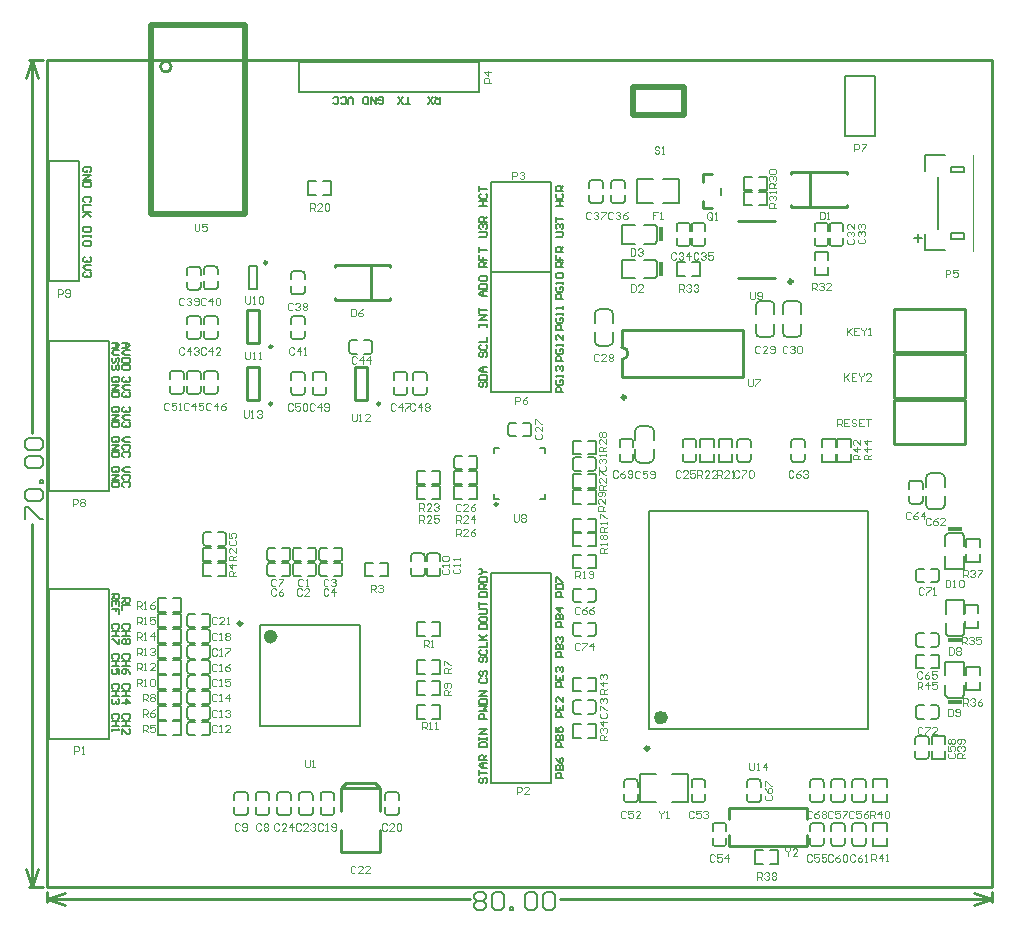
<source format=gto>
G04*
G04 #@! TF.GenerationSoftware,Altium Limited,Altium Designer,18.1.9 (240)*
G04*
G04 Layer_Color=65535*
%FSLAX24Y24*%
%MOIN*%
G70*
G01*
G75*
%ADD10C,0.0079*%
%ADD11C,0.0236*%
%ADD12C,0.0118*%
%ADD13C,0.0098*%
%ADD14C,0.0100*%
%ADD15C,0.0200*%
%ADD16C,0.0060*%
%ADD17C,0.0039*%
%ADD18C,0.0040*%
%ADD19C,0.0050*%
%ADD20R,0.0118X0.0472*%
%ADD21R,0.0472X0.0118*%
D10*
X4668Y8740D02*
G03*
X4754Y8654I87J0D01*
G01*
Y9106D02*
G03*
X4668Y9020I0J-87D01*
G01*
X5349Y8654D02*
G03*
X5435Y8740I0J87D01*
G01*
Y9020D02*
G03*
X5349Y9106I-87J0D01*
G01*
X4668Y8228D02*
G03*
X4754Y8141I87J0D01*
G01*
Y8594D02*
G03*
X4668Y8507I0J-87D01*
G01*
X5349Y8141D02*
G03*
X5435Y8228I0J87D01*
G01*
Y8507D02*
G03*
X5349Y8594I-87J0D01*
G01*
X4668Y7701D02*
G03*
X4754Y7615I87J0D01*
G01*
Y8067D02*
G03*
X4668Y7981I0J-87D01*
G01*
X5349Y7615D02*
G03*
X5435Y7701I0J87D01*
G01*
Y7981D02*
G03*
X5349Y8067I-87J0D01*
G01*
X4668Y7190D02*
G03*
X4754Y7104I87J0D01*
G01*
Y7556D02*
G03*
X4668Y7470I0J-87D01*
G01*
X5349Y7104D02*
G03*
X5435Y7190I0J87D01*
G01*
Y7470D02*
G03*
X5349Y7556I-87J0D01*
G01*
X4668Y6690D02*
G03*
X4754Y6604I87J0D01*
G01*
Y7056D02*
G03*
X4668Y6970I0J-87D01*
G01*
X5349Y6604D02*
G03*
X5435Y6690I0J87D01*
G01*
Y6970D02*
G03*
X5349Y7056I-87J0D01*
G01*
X4668Y6178D02*
G03*
X4754Y6091I87J0D01*
G01*
Y6544D02*
G03*
X4668Y6457I0J-87D01*
G01*
X5349Y6091D02*
G03*
X5435Y6178I0J87D01*
G01*
Y6457D02*
G03*
X5349Y6544I-87J0D01*
G01*
X4668Y5665D02*
G03*
X4754Y5579I87J0D01*
G01*
Y6031D02*
G03*
X4668Y5945I0J-87D01*
G01*
X5349Y5579D02*
G03*
X5435Y5665I0J87D01*
G01*
Y5945D02*
G03*
X5349Y6031I-87J0D01*
G01*
X4668Y5140D02*
G03*
X4754Y5054I87J0D01*
G01*
Y5506D02*
G03*
X4668Y5420I0J-87D01*
G01*
X5349Y5054D02*
G03*
X5435Y5140I0J87D01*
G01*
Y5420D02*
G03*
X5349Y5506I-87J0D01*
G01*
X16132Y15390D02*
G03*
X16045Y15476I-87J0D01*
G01*
Y15024D02*
G03*
X16132Y15110I0J87D01*
G01*
X15451Y15476D02*
G03*
X15364Y15390I0J-87D01*
G01*
Y15110D02*
G03*
X15451Y15024I87J0D01*
G01*
X14334Y14290D02*
G03*
X14247Y14376I-87J0D01*
G01*
Y13924D02*
G03*
X14334Y14010I0J87D01*
G01*
X13653Y14376D02*
G03*
X13566Y14290I0J-87D01*
G01*
Y14010D02*
G03*
X13653Y13924I87J0D01*
G01*
X10066Y17860D02*
G03*
X10153Y17774I87J0D01*
G01*
Y18226D02*
G03*
X10066Y18140I0J-87D01*
G01*
X10747Y17774D02*
G03*
X10834Y17860I0J87D01*
G01*
Y18140D02*
G03*
X10747Y18226I-87J0D01*
G01*
X5310Y17201D02*
G03*
X5224Y17115I0J-87D01*
G01*
X5676D02*
G03*
X5590Y17201I-87J0D01*
G01*
X5224Y16520D02*
G03*
X5310Y16433I87J0D01*
G01*
X5590D02*
G03*
X5676Y16520I0J87D01*
G01*
X4456Y16433D02*
G03*
X4542Y16520I0J87D01*
G01*
X4089D02*
G03*
X4176Y16433I87J0D01*
G01*
X4542Y17115D02*
G03*
X4456Y17201I-87J0D01*
G01*
X4176D02*
G03*
X4089Y17115I0J-87D01*
G01*
X5023Y18266D02*
G03*
X5109Y18353I0J87D01*
G01*
X4656D02*
G03*
X4743Y18266I87J0D01*
G01*
X5109Y18947D02*
G03*
X5023Y19034I-87J0D01*
G01*
X4743D02*
G03*
X4656Y18947I0J-87D01*
G01*
X5023Y19916D02*
G03*
X5109Y20003I0J87D01*
G01*
X4656D02*
G03*
X4743Y19916I87J0D01*
G01*
X5109Y20597D02*
G03*
X5023Y20684I-87J0D01*
G01*
X4743D02*
G03*
X4656Y20597I0J-87D01*
G01*
X21840Y21366D02*
G03*
X21926Y21453I0J87D01*
G01*
X21474D02*
G03*
X21560Y21366I87J0D01*
G01*
X21926Y22047D02*
G03*
X21840Y22134I-87J0D01*
G01*
X21560D02*
G03*
X21474Y22047I0J-87D01*
G01*
X21340Y21366D02*
G03*
X21426Y21453I0J87D01*
G01*
X20974D02*
G03*
X21060Y21366I87J0D01*
G01*
X21426Y22047D02*
G03*
X21340Y22134I-87J0D01*
G01*
X21060D02*
G03*
X20974Y22047I0J-87D01*
G01*
X25940Y21366D02*
G03*
X26026Y21453I0J87D01*
G01*
X25574D02*
G03*
X25660Y21366I87J0D01*
G01*
X26026Y22047D02*
G03*
X25940Y22134I-87J0D01*
G01*
X25660D02*
G03*
X25574Y22047I0J-87D01*
G01*
X26440Y21366D02*
G03*
X26526Y21453I0J87D01*
G01*
X26074D02*
G03*
X26160Y21366I87J0D01*
G01*
X26526Y22047D02*
G03*
X26440Y22134I-87J0D01*
G01*
X26160D02*
G03*
X26074Y22047I0J-87D01*
G01*
X20057Y14149D02*
G03*
X20214Y14306I0J157D01*
G01*
X19592Y14306D02*
G03*
X19750Y14149I157J0D01*
G01*
X19750Y15357D02*
G03*
X19592Y15200I0J-157D01*
G01*
X20214D02*
G03*
X20057Y15357I-157J-0D01*
G01*
X19160Y14934D02*
G03*
X19074Y14847I0J-87D01*
G01*
X19526D02*
G03*
X19440Y14934I-87J0D01*
G01*
X19074Y14253D02*
G03*
X19160Y14166I87J0D01*
G01*
X19440D02*
G03*
X19526Y14253I0J87D01*
G01*
X21540Y14166D02*
G03*
X21626Y14252I0J87D01*
G01*
X21174D02*
G03*
X21260Y14166I87J0D01*
G01*
X21626Y14847D02*
G03*
X21540Y14933I-87J0D01*
G01*
X21260D02*
G03*
X21174Y14847I0J-87D01*
G01*
X29717Y10527D02*
G03*
X29630Y10614I-87J0D01*
G01*
Y10161D02*
G03*
X29717Y10248I0J87D01*
G01*
X29035Y10614D02*
G03*
X28949Y10527I0J-87D01*
G01*
Y10248D02*
G03*
X29035Y10161I87J0D01*
G01*
X29717Y8377D02*
G03*
X29630Y8464I-87J0D01*
G01*
Y8011D02*
G03*
X29717Y8098I0J87D01*
G01*
X29035Y8464D02*
G03*
X28949Y8377I0J-87D01*
G01*
Y8098D02*
G03*
X29035Y8011I87J0D01*
G01*
X29290Y4266D02*
G03*
X29376Y4353I0J87D01*
G01*
X28924D02*
G03*
X29010Y4266I87J0D01*
G01*
X29376Y4947D02*
G03*
X29290Y5034I-87J0D01*
G01*
X29010D02*
G03*
X28924Y4947I0J-87D01*
G01*
X23690Y2828D02*
G03*
X23776Y2914I0J87D01*
G01*
X23324D02*
G03*
X23410Y2828I87J0D01*
G01*
X23776Y3509D02*
G03*
X23690Y3595I-87J0D01*
G01*
X23410D02*
G03*
X23324Y3509I0J-87D01*
G01*
X17516Y5860D02*
G03*
X17603Y5774I87J0D01*
G01*
Y6226D02*
G03*
X17516Y6140I0J-87D01*
G01*
X18197Y5774D02*
G03*
X18284Y5860I0J87D01*
G01*
Y6140D02*
G03*
X18197Y6226I-87J0D01*
G01*
X17516Y8450D02*
G03*
X17603Y8364I87J0D01*
G01*
Y8816D02*
G03*
X17516Y8730I0J-87D01*
G01*
X18197Y8364D02*
G03*
X18284Y8450I0J87D01*
G01*
Y8730D02*
G03*
X18197Y8816I-87J0D01*
G01*
X17516Y9580D02*
G03*
X17603Y9494I87J0D01*
G01*
Y9946D02*
G03*
X17516Y9860I0J-87D01*
G01*
X18197Y9494D02*
G03*
X18284Y9580I0J87D01*
G01*
Y9860D02*
G03*
X18197Y9946I-87J0D01*
G01*
X18284Y14237D02*
G03*
X18197Y14324I-87J0D01*
G01*
Y13871D02*
G03*
X18284Y13958I0J87D01*
G01*
X17603Y14324D02*
G03*
X17516Y14237I0J-87D01*
G01*
Y13958D02*
G03*
X17603Y13871I87J0D01*
G01*
X5199Y11460D02*
G03*
X5285Y11374I87J0D01*
G01*
Y11826D02*
G03*
X5199Y11740I0J-87D01*
G01*
X5880Y11374D02*
G03*
X5967Y11460I0J87D01*
G01*
Y11740D02*
G03*
X5880Y11826I-87J0D01*
G01*
X7330Y10442D02*
G03*
X7417Y10356I87J0D01*
G01*
Y10808D02*
G03*
X7330Y10722I0J-87D01*
G01*
X8011Y10356D02*
G03*
X8098Y10442I0J87D01*
G01*
Y10722D02*
G03*
X8011Y10808I-87J0D01*
G01*
X7330Y10951D02*
G03*
X7417Y10865I87J0D01*
G01*
Y11317D02*
G03*
X7330Y11231I0J-87D01*
G01*
X8011Y10865D02*
G03*
X8098Y10951I0J87D01*
G01*
Y11231D02*
G03*
X8011Y11317I-87J0D01*
G01*
X8185Y10951D02*
G03*
X8272Y10865I87J0D01*
G01*
Y11317D02*
G03*
X8185Y11231I0J-87D01*
G01*
X8866Y10865D02*
G03*
X8953Y10951I0J87D01*
G01*
Y11231D02*
G03*
X8866Y11317I-87J0D01*
G01*
X8185Y10442D02*
G03*
X8272Y10356I87J0D01*
G01*
Y10808D02*
G03*
X8185Y10722I0J-87D01*
G01*
X8866Y10356D02*
G03*
X8953Y10442I0J87D01*
G01*
Y10722D02*
G03*
X8866Y10808I-87J0D01*
G01*
X9835Y11231D02*
G03*
X9749Y11317I-87J0D01*
G01*
Y10865D02*
G03*
X9835Y10951I0J87D01*
G01*
X9154Y11317D02*
G03*
X9068Y11231I0J-87D01*
G01*
Y10951D02*
G03*
X9154Y10865I87J0D01*
G01*
X9835Y10722D02*
G03*
X9749Y10808I-87J0D01*
G01*
Y10356D02*
G03*
X9835Y10442I0J87D01*
G01*
X9154Y10808D02*
G03*
X9068Y10722I0J-87D01*
G01*
Y10442D02*
G03*
X9154Y10356I87J0D01*
G01*
X12490Y10356D02*
G03*
X12576Y10442I0J87D01*
G01*
X12124D02*
G03*
X12210Y10356I87J0D01*
G01*
X12576Y11037D02*
G03*
X12490Y11123I-87J0D01*
G01*
X12210D02*
G03*
X12124Y11037I0J-87D01*
G01*
X13014Y10356D02*
G03*
X13101Y10442I0J87D01*
G01*
X12648D02*
G03*
X12735Y10356I87J0D01*
G01*
X13101Y11037D02*
G03*
X13014Y11123I-87J0D01*
G01*
X12735D02*
G03*
X12648Y11037I0J-87D01*
G01*
X7031Y3164D02*
G03*
X6945Y3077I0J-87D01*
G01*
X7397D02*
G03*
X7311Y3164I-87J0D01*
G01*
X6945Y2483D02*
G03*
X7031Y2396I87J0D01*
G01*
X7311D02*
G03*
X7397Y2483I0J87D01*
G01*
X6310Y3164D02*
G03*
X6224Y3077I0J-87D01*
G01*
X6676D02*
G03*
X6590Y3164I-87J0D01*
G01*
X6224Y2483D02*
G03*
X6310Y2396I87J0D01*
G01*
X6590D02*
G03*
X6676Y2483I0J87D01*
G01*
X9194Y3164D02*
G03*
X9108Y3077I0J-87D01*
G01*
X9561D02*
G03*
X9474Y3164I-87J0D01*
G01*
X9108Y2483D02*
G03*
X9194Y2396I87J0D01*
G01*
X9474D02*
G03*
X9561Y2483I0J87D01*
G01*
X11344Y3164D02*
G03*
X11258Y3077I0J-87D01*
G01*
X11711D02*
G03*
X11624Y3164I-87J0D01*
G01*
X11258Y2483D02*
G03*
X11344Y2396I87J0D01*
G01*
X11624D02*
G03*
X11711Y2483I0J87D01*
G01*
X8753Y2396D02*
G03*
X8840Y2483I0J87D01*
G01*
X8387D02*
G03*
X8473Y2396I87J0D01*
G01*
X8840Y3077D02*
G03*
X8753Y3164I-87J0D01*
G01*
X8473D02*
G03*
X8387Y3077I0J-87D01*
G01*
X7752Y3164D02*
G03*
X7666Y3077I0J-87D01*
G01*
X8119D02*
G03*
X8032Y3164I-87J0D01*
G01*
X7666Y2483D02*
G03*
X7752Y2396I87J0D01*
G01*
X8032D02*
G03*
X8119Y2483I0J87D01*
G01*
X18704Y18046D02*
G03*
X18861Y18203I0J157D01*
G01*
X18239Y18203D02*
G03*
X18396Y18046I157J0D01*
G01*
X18396Y19254D02*
G03*
X18239Y19097I0J-157D01*
G01*
X18861D02*
G03*
X18704Y19254I-157J-0D01*
G01*
X23771Y19538D02*
G03*
X23614Y19380I0J-157D01*
G01*
X24236Y19380D02*
G03*
X24078Y19538I-157J-0D01*
G01*
X24078Y18329D02*
G03*
X24236Y18487I0J157D01*
G01*
X23614D02*
G03*
X23771Y18329I157J0D01*
G01*
X24672Y19538D02*
G03*
X24515Y19380I0J-157D01*
G01*
X25137Y19380D02*
G03*
X24979Y19538I-157J-0D01*
G01*
X24979Y18329D02*
G03*
X25137Y18487I0J157D01*
G01*
X24515D02*
G03*
X24672Y18329I157J0D01*
G01*
X19159Y22793D02*
G03*
X19246Y22879I0J87D01*
G01*
X18793D02*
G03*
X18880Y22793I87J0D01*
G01*
X19246Y23474D02*
G03*
X19159Y23560I-87J0D01*
G01*
X18880D02*
G03*
X18793Y23474I0J-87D01*
G01*
X18428Y22793D02*
G03*
X18515Y22879I0J87D01*
G01*
X18062D02*
G03*
X18148Y22793I87J0D01*
G01*
X18515Y23474D02*
G03*
X18428Y23560I-87J0D01*
G01*
X18148D02*
G03*
X18062Y23474I0J-87D01*
G01*
X8490Y19753D02*
G03*
X8576Y19840I0J87D01*
G01*
X8124D02*
G03*
X8210Y19753I87J0D01*
G01*
X8576Y20435D02*
G03*
X8490Y20521I-87J0D01*
G01*
X8210D02*
G03*
X8124Y20435I0J-87D01*
G01*
X5590Y19921D02*
G03*
X5676Y20007I0J87D01*
G01*
X5224D02*
G03*
X5310Y19921I87J0D01*
G01*
X5676Y20602D02*
G03*
X5590Y20689I-87J0D01*
G01*
X5310D02*
G03*
X5224Y20602I0J-87D01*
G01*
X8210Y19034D02*
G03*
X8124Y18947I0J-87D01*
G01*
X8576D02*
G03*
X8490Y19034I-87J0D01*
G01*
X8124Y18353D02*
G03*
X8210Y18266I87J0D01*
G01*
X8490D02*
G03*
X8576Y18353I0J87D01*
G01*
X5310Y19034D02*
G03*
X5224Y18947I0J-87D01*
G01*
X5676D02*
G03*
X5590Y19034I-87J0D01*
G01*
X5224Y18353D02*
G03*
X5310Y18266I87J0D01*
G01*
X5590D02*
G03*
X5676Y18353I0J87D01*
G01*
X5023Y16433D02*
G03*
X5109Y16520I0J87D01*
G01*
X4656D02*
G03*
X4743Y16433I87J0D01*
G01*
X5109Y17115D02*
G03*
X5023Y17201I-87J0D01*
G01*
X4743D02*
G03*
X4656Y17115I0J-87D01*
G01*
X11906Y16402D02*
G03*
X11992Y16489I0J87D01*
G01*
X11539D02*
G03*
X11626Y16402I87J0D01*
G01*
X11992Y17083D02*
G03*
X11906Y17170I-87J0D01*
G01*
X11626D02*
G03*
X11539Y17083I0J-87D01*
G01*
X12276Y17170D02*
G03*
X12189Y17083I0J-87D01*
G01*
X12642D02*
G03*
X12556Y17170I-87J0D01*
G01*
X12189Y16489D02*
G03*
X12276Y16402I87J0D01*
G01*
X12556D02*
G03*
X12642Y16489I0J87D01*
G01*
X9206Y16402D02*
G03*
X9292Y16489I0J87D01*
G01*
X8839D02*
G03*
X8926Y16402I87J0D01*
G01*
X9292Y17083D02*
G03*
X9206Y17170I-87J0D01*
G01*
X8926D02*
G03*
X8839Y17083I0J-87D01*
G01*
X8210Y17170D02*
G03*
X8124Y17083I0J-87D01*
G01*
X8576D02*
G03*
X8490Y17170I-87J0D01*
G01*
X8124Y16489D02*
G03*
X8210Y16402I87J0D01*
G01*
X8490D02*
G03*
X8576Y16489I0J87D01*
G01*
X19590Y2828D02*
G03*
X19676Y2914I0J87D01*
G01*
X19224D02*
G03*
X19310Y2828I87J0D01*
G01*
X19676Y3509D02*
G03*
X19590Y3595I-87J0D01*
G01*
X19310D02*
G03*
X19224Y3509I0J-87D01*
G01*
X21840Y2828D02*
G03*
X21926Y2914I0J87D01*
G01*
X21474D02*
G03*
X21560Y2828I87J0D01*
G01*
X21926Y3509D02*
G03*
X21840Y3595I-87J0D01*
G01*
X21560D02*
G03*
X21474Y3509I0J-87D01*
G01*
X22540Y1366D02*
G03*
X22626Y1453I0J87D01*
G01*
X22174D02*
G03*
X22260Y1366I87J0D01*
G01*
X22626Y2047D02*
G03*
X22540Y2134I-87J0D01*
G01*
X22260D02*
G03*
X22174Y2047I0J-87D01*
G01*
X25790Y1366D02*
G03*
X25876Y1453I0J87D01*
G01*
X25424D02*
G03*
X25510Y1366I87J0D01*
G01*
X25876Y2047D02*
G03*
X25790Y2134I-87J0D01*
G01*
X25510D02*
G03*
X25424Y2047I0J-87D01*
G01*
X26913Y3595D02*
G03*
X26826Y3509I0J-87D01*
G01*
X27279D02*
G03*
X27192Y3595I-87J0D01*
G01*
X26826Y2914D02*
G03*
X26913Y2828I87J0D01*
G01*
X27192D02*
G03*
X27279Y2914I0J87D01*
G01*
X26211Y3595D02*
G03*
X26125Y3509I0J-87D01*
G01*
X26578D02*
G03*
X26491Y3595I-87J0D01*
G01*
X26125Y2914D02*
G03*
X26211Y2828I87J0D01*
G01*
X26491D02*
G03*
X26578Y2914I0J87D01*
G01*
X26491Y1366D02*
G03*
X26578Y1453I0J87D01*
G01*
X26125D02*
G03*
X26211Y1366I87J0D01*
G01*
X26578Y2047D02*
G03*
X26491Y2134I-87J0D01*
G01*
X26211D02*
G03*
X26125Y2047I0J-87D01*
G01*
X27192Y1366D02*
G03*
X27279Y1453I0J87D01*
G01*
X26826D02*
G03*
X26913Y1366I87J0D01*
G01*
X27279Y2047D02*
G03*
X27192Y2134I-87J0D01*
G01*
X26913D02*
G03*
X26826Y2047I0J-87D01*
G01*
X29754Y12588D02*
G03*
X29911Y12745I0J157D01*
G01*
X29289Y12745D02*
G03*
X29446Y12588I157J0D01*
G01*
X29446Y13796D02*
G03*
X29289Y13639I0J-157D01*
G01*
X29911D02*
G03*
X29754Y13796I-157J-0D01*
G01*
X24885Y14933D02*
G03*
X24799Y14847I0J-87D01*
G01*
X25252D02*
G03*
X25165Y14933I-87J0D01*
G01*
X24799Y14252D02*
G03*
X24885Y14166I87J0D01*
G01*
X25165D02*
G03*
X25252Y14252I0J87D01*
G01*
X28810Y13551D02*
G03*
X28724Y13465I0J-87D01*
G01*
X29176D02*
G03*
X29090Y13551I-87J0D01*
G01*
X28724Y12870D02*
G03*
X28810Y12783I87J0D01*
G01*
X29090D02*
G03*
X29176Y12870I0J87D01*
G01*
X25790Y2828D02*
G03*
X25876Y2914I0J87D01*
G01*
X25424D02*
G03*
X25510Y2828I87J0D01*
G01*
X25876Y3509D02*
G03*
X25790Y3595I-87J0D01*
G01*
X25510D02*
G03*
X25424Y3509I0J-87D01*
G01*
X23083Y14933D02*
G03*
X22997Y14847I0J-87D01*
G01*
X23450D02*
G03*
X23363Y14933I-87J0D01*
G01*
X22997Y14252D02*
G03*
X23083Y14166I87J0D01*
G01*
X23363D02*
G03*
X23450Y14252I0J87D01*
G01*
X29717Y5977D02*
G03*
X29630Y6064I-87J0D01*
G01*
Y5611D02*
G03*
X29717Y5698I0J87D01*
G01*
X29035Y6064D02*
G03*
X28949Y5977I0J-87D01*
G01*
Y5698D02*
G03*
X29035Y5611I87J0D01*
G01*
X4668Y8740D02*
Y9020D01*
X4756Y8654D02*
X4933D01*
X4756Y9106D02*
X4933D01*
X5170Y8654D02*
X5347D01*
X5170Y9106D02*
X5347D01*
X5435Y8740D02*
Y9020D01*
X4668Y8228D02*
Y8507D01*
X4756Y8141D02*
X4933D01*
X4756Y8594D02*
X4933D01*
X5170Y8141D02*
X5347D01*
X5170Y8594D02*
X5347D01*
X5435Y8228D02*
Y8507D01*
X4668Y7701D02*
Y7981D01*
X4756Y7615D02*
X4933D01*
X4756Y8067D02*
X4933D01*
X5170Y7615D02*
X5347D01*
X5170Y8067D02*
X5347D01*
X5435Y7701D02*
Y7981D01*
X4668Y7190D02*
Y7470D01*
X4756Y7104D02*
X4933D01*
X4756Y7556D02*
X4933D01*
X5170Y7104D02*
X5347D01*
X5170Y7556D02*
X5347D01*
X5435Y7190D02*
Y7470D01*
X4668Y6690D02*
Y6970D01*
X4756Y6604D02*
X4933D01*
X4756Y7056D02*
X4933D01*
X5170Y6604D02*
X5347D01*
X5170Y7056D02*
X5347D01*
X5435Y6690D02*
Y6970D01*
X4668Y6178D02*
Y6457D01*
X4756Y6091D02*
X4933D01*
X4756Y6544D02*
X4933D01*
X5170Y6091D02*
X5347D01*
X5170Y6544D02*
X5347D01*
X5435Y6178D02*
Y6457D01*
X4668Y5665D02*
Y5945D01*
X4756Y5579D02*
X4933D01*
X4756Y6031D02*
X4933D01*
X5170Y5579D02*
X5347D01*
X5170Y6031D02*
X5347D01*
X5435Y5665D02*
Y5945D01*
X4668Y5140D02*
Y5420D01*
X4756Y5054D02*
X4933D01*
X4756Y5506D02*
X4933D01*
X5170Y5054D02*
X5347D01*
X5170Y5506D02*
X5347D01*
X5435Y5140D02*
Y5420D01*
X4202Y9174D02*
X4468D01*
X3700D02*
X3966D01*
X4202Y9626D02*
X4468D01*
X3700D02*
X3966D01*
X4468Y9174D02*
Y9626D01*
X3700Y9174D02*
Y9626D01*
X4202Y8654D02*
X4468D01*
X3700D02*
X3966D01*
X4202Y9106D02*
X4468D01*
X3700D02*
X3966D01*
X4468Y8654D02*
Y9106D01*
X3700Y8654D02*
Y9106D01*
X4202Y8141D02*
X4468D01*
X3700D02*
X3966D01*
X4202Y8594D02*
X4468D01*
X3700D02*
X3966D01*
X4468Y8141D02*
Y8594D01*
X3700Y8141D02*
Y8594D01*
X4202Y7629D02*
X4468D01*
X3700D02*
X3966D01*
X4202Y8081D02*
X4468D01*
X3700D02*
X3966D01*
X4468Y7629D02*
Y8081D01*
X3700Y7629D02*
Y8081D01*
X4202Y7116D02*
X4468D01*
X3700D02*
X3966D01*
X4202Y7569D02*
X4468D01*
X3700D02*
X3966D01*
X4468Y7116D02*
Y7569D01*
X3700Y7116D02*
Y7569D01*
X4202Y6604D02*
X4468D01*
X3700D02*
X3966D01*
X4202Y7056D02*
X4468D01*
X3700D02*
X3966D01*
X4468Y6604D02*
Y7056D01*
X3700Y6604D02*
Y7056D01*
X4202Y6091D02*
X4468D01*
X3700D02*
X3966D01*
X4202Y6544D02*
X4468D01*
X3700D02*
X3966D01*
X4468Y6091D02*
Y6544D01*
X3700Y6091D02*
Y6544D01*
X4202Y5579D02*
X4468D01*
X3700D02*
X3966D01*
X4202Y6031D02*
X4468D01*
X3700D02*
X3966D01*
X4468Y5579D02*
Y6031D01*
X3700Y5579D02*
Y6031D01*
X4202Y5066D02*
X4468D01*
X3700D02*
X3966D01*
X4202Y5519D02*
X4468D01*
X3700D02*
X3966D01*
X4468Y5066D02*
Y5519D01*
X3700Y5066D02*
Y5519D01*
X8400Y27500D02*
X14400D01*
X8400Y26500D02*
X14400D01*
Y27500D01*
X8400Y26500D02*
Y27500D01*
X7077Y5377D02*
X10423D01*
X7077Y8723D02*
X10423D01*
Y5377D02*
Y8723D01*
X7077Y5377D02*
Y8723D01*
X16132Y15110D02*
Y15390D01*
X15866Y15476D02*
X16043D01*
X15866Y15024D02*
X16043D01*
X15453Y15476D02*
X15630D01*
X15453Y15024D02*
X15630D01*
X15364Y15110D02*
Y15390D01*
X12835Y13424D02*
X13101D01*
X12333D02*
X12599D01*
X12835Y13876D02*
X13101D01*
X12333D02*
X12599D01*
X13101Y13424D02*
Y13876D01*
X12333Y13424D02*
Y13876D01*
X12835Y12924D02*
X13101D01*
X12333D02*
X12599D01*
X12835Y13376D02*
X13101D01*
X12333D02*
X12599D01*
X13101Y12924D02*
Y13376D01*
X12333Y12924D02*
Y13376D01*
X14334Y14010D02*
Y14290D01*
X14068Y14376D02*
X14245D01*
X14068Y13924D02*
X14245D01*
X13655Y14376D02*
X13832D01*
X13655Y13924D02*
X13832D01*
X13566Y14010D02*
Y14290D01*
Y13876D02*
X13832D01*
X14068D02*
X14334D01*
X13566Y13424D02*
X13832D01*
X14068D02*
X14334D01*
X13566D02*
Y13876D01*
X14334Y13424D02*
Y13876D01*
X13566Y13376D02*
X13832D01*
X14068D02*
X14334D01*
X13566Y12924D02*
X13832D01*
X14068D02*
X14334D01*
X13566D02*
Y13376D01*
X14334Y12924D02*
Y13376D01*
X50Y9930D02*
X2050D01*
X50Y4930D02*
X2050D01*
X50D02*
Y9930D01*
X2050Y4930D02*
Y9930D01*
X50Y18200D02*
X2050D01*
X50Y13200D02*
X2050D01*
X50D02*
Y18200D01*
X2050Y13200D02*
Y18200D01*
X10066Y17860D02*
Y18140D01*
X10155Y17774D02*
X10332D01*
X10155Y18226D02*
X10332D01*
X10568Y17774D02*
X10745D01*
X10568Y18226D02*
X10745D01*
X10834Y17860D02*
Y18140D01*
X5310Y17201D02*
X5590D01*
X5224Y16935D02*
Y17113D01*
X5676Y16935D02*
Y17113D01*
X5224Y16522D02*
Y16699D01*
X5676Y16522D02*
Y16699D01*
X5310Y16433D02*
X5590D01*
X4176Y16433D02*
X4456D01*
X4542Y16522D02*
Y16699D01*
X4089Y16522D02*
Y16699D01*
X4542Y16935D02*
Y17113D01*
X4089Y16935D02*
Y17113D01*
X4176Y17201D02*
X4456D01*
X4743Y18266D02*
X5023D01*
X5109Y18355D02*
Y18532D01*
X4656Y18355D02*
Y18532D01*
X5109Y18768D02*
Y18945D01*
X4656Y18768D02*
Y18945D01*
X4743Y19034D02*
X5023D01*
X4743Y19916D02*
X5023D01*
X5109Y20005D02*
Y20182D01*
X4656Y20005D02*
Y20182D01*
X5109Y20418D02*
Y20595D01*
X4656Y20418D02*
Y20595D01*
X4743Y20684D02*
X5023D01*
X6724Y19921D02*
Y20689D01*
Y19921D02*
X6974D01*
Y20689D01*
X6777D02*
X6974D01*
X6724D02*
X6905D01*
X19143Y22072D02*
X19589D01*
X19904D02*
X20259D01*
X19143Y21450D02*
X19589D01*
X20337Y21526D02*
Y21996D01*
X19143Y21450D02*
Y22072D01*
X19904Y21450D02*
X20259D01*
X20337Y21526D01*
X20259Y22072D02*
X20337Y21996D01*
X19143Y20911D02*
X19589D01*
X19904D02*
X20259D01*
X19143Y20289D02*
X19589D01*
X20337Y20365D02*
Y20835D01*
X19143Y20289D02*
Y20911D01*
X19904Y20289D02*
X20259D01*
X20337Y20365D01*
X20259Y20911D02*
X20337Y20835D01*
X21560Y21366D02*
X21840D01*
X21926Y21455D02*
Y21632D01*
X21474Y21455D02*
Y21632D01*
X21926Y21868D02*
Y22045D01*
X21474Y21868D02*
Y22045D01*
X21560Y22134D02*
X21840D01*
X21060Y21366D02*
X21340D01*
X21426Y21455D02*
Y21632D01*
X20974Y21455D02*
Y21632D01*
X21426Y21868D02*
Y22045D01*
X20974Y21868D02*
Y22045D01*
X21060Y22134D02*
X21340D01*
X22454Y23082D02*
Y23318D01*
X23216Y23176D02*
X23482D01*
X23718D02*
X23984D01*
X23216Y22724D02*
X23482D01*
X23718D02*
X23984D01*
X23216D02*
Y23176D01*
X23984Y22724D02*
Y23176D01*
X23216Y23676D02*
X23482D01*
X23718D02*
X23984D01*
X23216Y23224D02*
X23482D01*
X23718D02*
X23984D01*
X23216D02*
Y23676D01*
X23984Y23224D02*
Y23676D01*
X25660Y21366D02*
X25940D01*
X26026Y21455D02*
Y21632D01*
X25574Y21455D02*
Y21632D01*
X26026Y21868D02*
Y22045D01*
X25574Y21868D02*
Y22045D01*
X25660Y22134D02*
X25940D01*
X26160Y21366D02*
X26440D01*
X26526Y21455D02*
Y21632D01*
X26074Y21455D02*
Y21632D01*
X26526Y21868D02*
Y22045D01*
X26074Y21868D02*
Y22045D01*
X26160Y22134D02*
X26440D01*
X20214Y14911D02*
Y15200D01*
X19750Y14149D02*
X20057D01*
X19750Y15357D02*
X20057D01*
X20214Y14306D02*
Y14596D01*
X19592Y14306D02*
Y14596D01*
X19592Y14911D02*
Y15200D01*
X19160Y14934D02*
X19440D01*
X19074Y14668D02*
Y14845D01*
X19526Y14668D02*
Y14845D01*
X19074Y14255D02*
Y14432D01*
X19526Y14255D02*
Y14432D01*
X19160Y14166D02*
X19440D01*
X21260Y14166D02*
X21540D01*
X21626Y14254D02*
Y14432D01*
X21174Y14254D02*
Y14432D01*
X21626Y14668D02*
Y14845D01*
X21174Y14668D02*
Y14845D01*
X21260Y14933D02*
X21540D01*
X25824Y14166D02*
Y14432D01*
Y14668D02*
Y14934D01*
X26276Y14166D02*
Y14432D01*
Y14668D02*
Y14934D01*
X25824Y14166D02*
X26276D01*
X25824Y14934D02*
X26276D01*
X26324Y14166D02*
Y14432D01*
Y14668D02*
Y14933D01*
X26776Y14166D02*
Y14432D01*
Y14668D02*
Y14933D01*
X26324Y14166D02*
X26776D01*
X26324Y14933D02*
X26776D01*
X29717Y10248D02*
Y10527D01*
X29451Y10614D02*
X29628D01*
X29451Y10161D02*
X29628D01*
X29037Y10614D02*
X29215D01*
X29037Y10161D02*
X29215D01*
X28949Y10248D02*
Y10527D01*
X29934Y10600D02*
Y11047D01*
Y11362D02*
Y11716D01*
X30556Y10600D02*
Y11047D01*
X30010Y11795D02*
X30480D01*
X29934Y10600D02*
X30556D01*
Y11362D02*
Y11716D01*
X30480Y11795D02*
X30556Y11716D01*
X29934D02*
X30010Y11795D01*
X28949Y7747D02*
X29215D01*
X29451D02*
X29717D01*
X28949Y7294D02*
X29215D01*
X29451D02*
X29717D01*
X28949D02*
Y7747D01*
X29717Y7294D02*
Y7747D01*
X29717Y8098D02*
Y8377D01*
X29451Y8464D02*
X29628D01*
X29451Y8011D02*
X29628D01*
X29037Y8464D02*
X29215D01*
X29037Y8011D02*
X29215D01*
X28949Y8098D02*
Y8377D01*
X30561Y9111D02*
Y9557D01*
Y8441D02*
Y8796D01*
X29939Y9111D02*
Y9557D01*
X30015Y8363D02*
X30485D01*
X29939Y9557D02*
X30561D01*
X29939Y8441D02*
Y8796D01*
Y8441D02*
X30015Y8363D01*
X30485D02*
X30561Y8441D01*
X30556Y7061D02*
Y7507D01*
Y6391D02*
Y6746D01*
X29934Y7061D02*
Y7507D01*
X30010Y6313D02*
X30480D01*
X29934Y7507D02*
X30556D01*
X29934Y6391D02*
Y6746D01*
Y6391D02*
X30010Y6313D01*
X30480D02*
X30556Y6391D01*
X29010Y4266D02*
X29290D01*
X29376Y4355D02*
Y4532D01*
X28924Y4355D02*
Y4532D01*
X29376Y4768D02*
Y4945D01*
X28924Y4768D02*
Y4945D01*
X29010Y5034D02*
X29290D01*
X29926Y4768D02*
Y5034D01*
Y4266D02*
Y4532D01*
X29474Y4768D02*
Y5034D01*
Y4266D02*
Y4532D01*
Y5034D02*
X29926D01*
X29474Y4266D02*
X29926D01*
X23410Y2828D02*
X23690D01*
X23776Y2916D02*
Y3093D01*
X23324Y2916D02*
Y3093D01*
X23776Y3330D02*
Y3507D01*
X23324Y3330D02*
Y3507D01*
X23410Y3595D02*
X23690D01*
X17516Y5426D02*
X17782D01*
X18018D02*
X18284D01*
X17516Y4974D02*
X17782D01*
X18018D02*
X18284D01*
X17516D02*
Y5426D01*
X18284Y4974D02*
Y5426D01*
X17516Y5860D02*
Y6140D01*
X17605Y5774D02*
X17782D01*
X17605Y6226D02*
X17782D01*
X18018Y5774D02*
X18195D01*
X18018Y6226D02*
X18195D01*
X18284Y5860D02*
Y6140D01*
X18029Y6528D02*
X18295D01*
X17527D02*
X17793D01*
X18029Y6981D02*
X18295D01*
X17527D02*
X17793D01*
X18295Y6528D02*
Y6981D01*
X17527Y6528D02*
Y6981D01*
X17516Y8450D02*
Y8730D01*
X17605Y8364D02*
X17782D01*
X17605Y8816D02*
X17782D01*
X18018Y8364D02*
X18195D01*
X18018Y8816D02*
X18195D01*
X18284Y8450D02*
Y8730D01*
X17516Y9580D02*
Y9860D01*
X17605Y9494D02*
X17782D01*
X17605Y9946D02*
X17782D01*
X18018Y9494D02*
X18195D01*
X18018Y9946D02*
X18195D01*
X18284Y9580D02*
Y9860D01*
X17516Y11076D02*
X17782D01*
X18018D02*
X18284D01*
X17516Y10624D02*
X17782D01*
X18018D02*
X18284D01*
X17516D02*
Y11076D01*
X18284Y10624D02*
Y11076D01*
X17516Y11826D02*
X17782D01*
X18018D02*
X18284D01*
X17516Y11374D02*
X17782D01*
X18018D02*
X18284D01*
X17516D02*
Y11826D01*
X18284Y11374D02*
Y11826D01*
X17516Y12256D02*
X17782D01*
X18018D02*
X18284D01*
X17516Y11804D02*
X17782D01*
X18018D02*
X18284D01*
X17516D02*
Y12256D01*
X18284Y11804D02*
Y12256D01*
X18018Y12766D02*
X18284D01*
X17516D02*
X17782D01*
X18018Y13219D02*
X18284D01*
X17516D02*
X17782D01*
X18284Y12766D02*
Y13219D01*
X17516Y12766D02*
Y13219D01*
X18018Y13318D02*
X18284D01*
X17516D02*
X17782D01*
X18018Y13771D02*
X18284D01*
X17516D02*
X17782D01*
X18284Y13318D02*
Y13771D01*
X17516Y13318D02*
Y13771D01*
X18284Y13958D02*
Y14237D01*
X18018Y14324D02*
X18195D01*
X18018Y13871D02*
X18195D01*
X17605Y14324D02*
X17782D01*
X17605Y13871D02*
X17782D01*
X17516Y13958D02*
Y14237D01*
Y14876D02*
X17782D01*
X18018D02*
X18284D01*
X17516Y14424D02*
X17782D01*
X18018D02*
X18284D01*
X17516D02*
Y14876D01*
X18284Y14424D02*
Y14876D01*
X16800Y21583D02*
Y23500D01*
Y20500D02*
Y23500D01*
X14800Y20500D02*
Y23500D01*
Y20500D02*
X16800D01*
X14800Y23500D02*
X16800D01*
X14800Y20500D02*
X16800D01*
X14800Y16500D02*
X16800D01*
X14800D02*
Y20500D01*
X16800Y16500D02*
Y20500D01*
X14800Y3482D02*
Y10481D01*
X16800Y3482D02*
Y10481D01*
X14800D02*
X16800D01*
X14800Y3482D02*
X16800D01*
X5701Y10356D02*
X5967D01*
X5199D02*
X5465D01*
X5701Y10808D02*
X5967D01*
X5199D02*
X5465D01*
X5967Y10356D02*
Y10808D01*
X5199Y10356D02*
Y10808D01*
X5701Y10865D02*
X5967D01*
X5199D02*
X5465D01*
X5701Y11317D02*
X5967D01*
X5199D02*
X5465D01*
X5967Y10865D02*
Y11317D01*
X5199Y10865D02*
Y11317D01*
X5199Y11460D02*
Y11740D01*
X5287Y11374D02*
X5465D01*
X5287Y11826D02*
X5465D01*
X5701Y11374D02*
X5878D01*
X5701Y11826D02*
X5878D01*
X5967Y11460D02*
Y11740D01*
X7330Y10442D02*
Y10722D01*
X7419Y10356D02*
X7596D01*
X7419Y10808D02*
X7596D01*
X7832Y10356D02*
X8009D01*
X7832Y10808D02*
X8009D01*
X8098Y10442D02*
Y10722D01*
X7330Y10951D02*
Y11231D01*
X7419Y10865D02*
X7596D01*
X7419Y11317D02*
X7596D01*
X7832Y10865D02*
X8009D01*
X7832Y11317D02*
X8009D01*
X8098Y10951D02*
Y11231D01*
X8185Y10951D02*
Y11231D01*
X8274Y10865D02*
X8451D01*
X8274Y11317D02*
X8451D01*
X8687Y10865D02*
X8864D01*
X8687Y11317D02*
X8864D01*
X8953Y10951D02*
Y11231D01*
X8185Y10442D02*
Y10722D01*
X8274Y10356D02*
X8451D01*
X8274Y10808D02*
X8451D01*
X8687Y10356D02*
X8864D01*
X8687Y10808D02*
X8864D01*
X8953Y10442D02*
Y10722D01*
X9835Y10951D02*
Y11231D01*
X9570Y11317D02*
X9747D01*
X9570Y10865D02*
X9747D01*
X9156Y11317D02*
X9333D01*
X9156Y10865D02*
X9333D01*
X9068Y10951D02*
Y11231D01*
X9835Y10442D02*
Y10722D01*
X9570Y10808D02*
X9747D01*
X9570Y10356D02*
X9747D01*
X9156Y10808D02*
X9333D01*
X9156Y10356D02*
X9333D01*
X9068Y10442D02*
Y10722D01*
X12210Y10356D02*
X12490D01*
X12576Y10444D02*
Y10621D01*
X12124Y10444D02*
Y10621D01*
X12576Y10857D02*
Y11035D01*
X12124Y10857D02*
Y11035D01*
X12210Y11123D02*
X12490D01*
X12735Y10356D02*
X13014D01*
X13101Y10444D02*
Y10621D01*
X12648Y10444D02*
Y10621D01*
X13101Y10857D02*
Y11035D01*
X12648Y10857D02*
Y11035D01*
X12735Y11123D02*
X13014D01*
X12835Y8374D02*
X13101D01*
X12333D02*
X12599D01*
X12835Y8826D02*
X13101D01*
X12333D02*
X12599D01*
X13101Y8374D02*
Y8826D01*
X12333Y8374D02*
Y8826D01*
Y7556D02*
X12599D01*
X12835D02*
X13101D01*
X12333Y7104D02*
X12599D01*
X12835D02*
X13101D01*
X12333D02*
Y7556D01*
X13101Y7104D02*
Y7556D01*
X12333Y6056D02*
X12599D01*
X12835D02*
X13101D01*
X12333Y5604D02*
X12599D01*
X12835D02*
X13101D01*
X12333D02*
Y6056D01*
X13101Y5604D02*
Y6056D01*
X12333Y6856D02*
X12599D01*
X12835D02*
X13101D01*
X12333Y6404D02*
X12599D01*
X12835D02*
X13101D01*
X12333D02*
Y6856D01*
X13101Y6404D02*
Y6856D01*
X7031Y3164D02*
X7311D01*
X6945Y2898D02*
Y3075D01*
X7397Y2898D02*
Y3075D01*
X6945Y2485D02*
Y2662D01*
X7397Y2485D02*
Y2662D01*
X7031Y2396D02*
X7311D01*
X6310Y3164D02*
X6590D01*
X6224Y2898D02*
Y3075D01*
X6676Y2898D02*
Y3075D01*
X6224Y2485D02*
Y2662D01*
X6676Y2485D02*
Y2662D01*
X6310Y2396D02*
X6590D01*
X9194Y3164D02*
X9474D01*
X9108Y2898D02*
Y3075D01*
X9561Y2898D02*
Y3075D01*
X9108Y2485D02*
Y2662D01*
X9561Y2485D02*
Y2662D01*
X9194Y2396D02*
X9474D01*
X11344Y3164D02*
X11624D01*
X11258Y2898D02*
Y3075D01*
X11711Y2898D02*
Y3075D01*
X11258Y2485D02*
Y2662D01*
X11711Y2485D02*
Y2662D01*
X11344Y2396D02*
X11624D01*
X8473Y2396D02*
X8753D01*
X8840Y2485D02*
Y2662D01*
X8387Y2485D02*
Y2662D01*
X8840Y2898D02*
Y3075D01*
X8387Y2898D02*
Y3075D01*
X8473Y3164D02*
X8753D01*
X7752Y3164D02*
X8032D01*
X7666Y2898D02*
Y3075D01*
X8119Y2898D02*
Y3075D01*
X7666Y2485D02*
Y2662D01*
X8119Y2485D02*
Y2662D01*
X7752Y2396D02*
X8032D01*
X18861Y18807D02*
Y19097D01*
X18396Y18046D02*
X18704D01*
X18396Y19254D02*
X18704D01*
X18861Y18203D02*
Y18493D01*
X18239Y18203D02*
Y18493D01*
X18239Y18807D02*
Y19097D01*
X23614Y18487D02*
Y18776D01*
X23771Y19538D02*
X24078D01*
X23771Y18329D02*
X24078D01*
X23614Y19091D02*
Y19380D01*
X24236Y19091D02*
Y19380D01*
X24236Y18487D02*
Y18776D01*
X24515Y18487D02*
Y18776D01*
X24672Y19538D02*
X24979D01*
X24672Y18329D02*
X24979D01*
X24515Y19091D02*
Y19380D01*
X25137Y19091D02*
Y19380D01*
X25137Y18487D02*
Y18776D01*
X18880Y22793D02*
X19159D01*
X19246Y22881D02*
Y23058D01*
X18793Y22881D02*
Y23058D01*
X19246Y23294D02*
Y23472D01*
X18793Y23294D02*
Y23472D01*
X18880Y23560D02*
X19159D01*
X18148Y22793D02*
X18428D01*
X18515Y22881D02*
Y23058D01*
X18062Y22881D02*
Y23058D01*
X18515Y23294D02*
Y23472D01*
X18062Y23294D02*
Y23472D01*
X18148Y23560D02*
X18428D01*
X8210Y19753D02*
X8490D01*
X8576Y19842D02*
Y20019D01*
X8124Y19842D02*
Y20019D01*
X8576Y20255D02*
Y20433D01*
X8124Y20255D02*
Y20433D01*
X8210Y20521D02*
X8490D01*
X5310Y19921D02*
X5590D01*
X5676Y20009D02*
Y20187D01*
X5224Y20009D02*
Y20187D01*
X5676Y20423D02*
Y20600D01*
X5224Y20423D02*
Y20600D01*
X5310Y20689D02*
X5590D01*
X8210Y19034D02*
X8490D01*
X8124Y18768D02*
Y18945D01*
X8576Y18768D02*
Y18945D01*
X8124Y18355D02*
Y18532D01*
X8576Y18355D02*
Y18532D01*
X8210Y18266D02*
X8490D01*
X5310Y19034D02*
X5590D01*
X5224Y18768D02*
Y18945D01*
X5676Y18768D02*
Y18945D01*
X5224Y18355D02*
Y18532D01*
X5676Y18355D02*
Y18532D01*
X5310Y18266D02*
X5590D01*
X4743Y16433D02*
X5023D01*
X5109Y16522D02*
Y16699D01*
X4656Y16522D02*
Y16699D01*
X5109Y16935D02*
Y17113D01*
X4656Y16935D02*
Y17113D01*
X4743Y17201D02*
X5023D01*
X11626Y16402D02*
X11906D01*
X11992Y16491D02*
Y16668D01*
X11539Y16491D02*
Y16668D01*
X11992Y16904D02*
Y17081D01*
X11539Y16904D02*
Y17081D01*
X11626Y17170D02*
X11906D01*
X12276Y17170D02*
X12556D01*
X12189Y16904D02*
Y17081D01*
X12642Y16904D02*
Y17081D01*
X12189Y16491D02*
Y16668D01*
X12642Y16491D02*
Y16668D01*
X12276Y16402D02*
X12556D01*
X8926Y16402D02*
X9206D01*
X9292Y16491D02*
Y16668D01*
X8839Y16491D02*
Y16668D01*
X9292Y16904D02*
Y17081D01*
X8839Y16904D02*
Y17081D01*
X8926Y17170D02*
X9206D01*
X8210Y17170D02*
X8490D01*
X8124Y16904D02*
Y17081D01*
X8576Y16904D02*
Y17081D01*
X8124Y16491D02*
Y16668D01*
X8576Y16491D02*
Y16668D01*
X8210Y16402D02*
X8490D01*
X19310Y2828D02*
X19590D01*
X19676Y2916D02*
Y3093D01*
X19224Y2916D02*
Y3093D01*
X19676Y3330D02*
Y3507D01*
X19224Y3330D02*
Y3507D01*
X19310Y3595D02*
X19590D01*
X21560Y2828D02*
X21840D01*
X21926Y2916D02*
Y3093D01*
X21474Y2916D02*
Y3093D01*
X21926Y3330D02*
Y3507D01*
X21474Y3330D02*
Y3507D01*
X21560Y3595D02*
X21840D01*
X22260Y1366D02*
X22540D01*
X22626Y1455D02*
Y1632D01*
X22174Y1455D02*
Y1632D01*
X22626Y1868D02*
Y2045D01*
X22174Y1868D02*
Y2045D01*
X22260Y2134D02*
X22540D01*
X25510Y1366D02*
X25790D01*
X25876Y1455D02*
Y1632D01*
X25424Y1455D02*
Y1632D01*
X25876Y1868D02*
Y2045D01*
X25424Y1868D02*
Y2045D01*
X25510Y2134D02*
X25790D01*
X26913Y3595D02*
X27192D01*
X26826Y3330D02*
Y3507D01*
X27279Y3330D02*
Y3507D01*
X26826Y2916D02*
Y3093D01*
X27279Y2916D02*
Y3093D01*
X26913Y2828D02*
X27192D01*
X26211Y3595D02*
X26491D01*
X26125Y3330D02*
Y3507D01*
X26578Y3330D02*
Y3507D01*
X26125Y2916D02*
Y3093D01*
X26578Y2916D02*
Y3093D01*
X26211Y2828D02*
X26491D01*
X26211Y1366D02*
X26491D01*
X26578Y1455D02*
Y1632D01*
X26125Y1455D02*
Y1632D01*
X26578Y1868D02*
Y2045D01*
X26125Y1868D02*
Y2045D01*
X26211Y2134D02*
X26491D01*
X26913Y1366D02*
X27192D01*
X27279Y1455D02*
Y1632D01*
X26826Y1455D02*
Y1632D01*
X27279Y1868D02*
Y2045D01*
X26826Y1868D02*
Y2045D01*
X26913Y2134D02*
X27192D01*
X29911Y13350D02*
Y13639D01*
X29446Y12588D02*
X29754D01*
X29446Y13796D02*
X29754D01*
X29911Y12745D02*
Y13035D01*
X29289Y12745D02*
Y13035D01*
X29289Y13350D02*
Y13639D01*
X24885Y14933D02*
X25165D01*
X24799Y14668D02*
Y14845D01*
X25252Y14668D02*
Y14845D01*
X24799Y14254D02*
Y14431D01*
X25252Y14254D02*
Y14432D01*
X24885Y14166D02*
X25165D01*
X28810Y13551D02*
X29090D01*
X28724Y13285D02*
Y13463D01*
X29176Y13285D02*
Y13463D01*
X28724Y12872D02*
Y13049D01*
X29176Y12872D02*
Y13049D01*
X28810Y12783D02*
X29090D01*
X25510Y2828D02*
X25790D01*
X25876Y2916D02*
Y3093D01*
X25424Y2916D02*
Y3093D01*
X25876Y3330D02*
Y3507D01*
X25424Y3330D02*
Y3507D01*
X25510Y3595D02*
X25790D01*
X23083Y14933D02*
X23363D01*
X22997Y14668D02*
Y14845D01*
X23450Y14668D02*
Y14845D01*
X22997Y14254D02*
Y14431D01*
X23450Y14254D02*
Y14432D01*
X23083Y14166D02*
X23363D01*
X29717Y5698D02*
Y5977D01*
X29451Y6064D02*
X29628D01*
X29451Y5611D02*
X29628D01*
X29037Y6064D02*
X29215D01*
X29037Y5611D02*
X29215D01*
X28949Y5698D02*
Y5977D01*
X20527Y22793D02*
X21047D01*
X19653D02*
X20173D01*
X19653Y23607D02*
X20173D01*
X20527D02*
X21047D01*
Y22793D02*
Y23607D01*
X19653Y22793D02*
Y23607D01*
X27600Y25050D02*
Y27050D01*
X26600D02*
X27600D01*
X26600Y25050D02*
Y27050D01*
Y25050D02*
X27600D01*
X50Y24200D02*
X1050D01*
Y20200D02*
Y24200D01*
X50Y20200D02*
Y24200D01*
Y20200D02*
X1050D01*
X10599Y10808D02*
X10865D01*
X11101D02*
X11367D01*
X10599Y10356D02*
X10865D01*
X11101D02*
X11367D01*
X10599D02*
Y10808D01*
X11367Y10356D02*
Y10808D01*
X8699Y23526D02*
X8965D01*
X9201D02*
X9467D01*
X8699Y23074D02*
X8965D01*
X9201D02*
X9467D01*
X8699D02*
Y23526D01*
X9467Y23074D02*
Y23526D01*
X22835Y14668D02*
Y14933D01*
Y14166D02*
Y14432D01*
X22382Y14668D02*
Y14933D01*
Y14166D02*
Y14432D01*
Y14933D02*
X22835D01*
X22382Y14166D02*
X22835D01*
X22220Y14668D02*
Y14933D01*
Y14166D02*
Y14432D01*
X21768Y14668D02*
Y14933D01*
Y14166D02*
Y14432D01*
Y14933D02*
X22220D01*
X21768Y14166D02*
X22220D01*
X25574Y20416D02*
Y20682D01*
Y20918D02*
Y21184D01*
X26026Y20416D02*
Y20682D01*
Y20918D02*
Y21184D01*
X25574Y20416D02*
X26026D01*
X25574Y21184D02*
X26026D01*
X21501Y20374D02*
X21767D01*
X20999D02*
X21265D01*
X21501Y20826D02*
X21767D01*
X20999D02*
X21265D01*
X21767Y20374D02*
Y20826D01*
X20999Y20374D02*
Y20826D01*
X31031Y9121D02*
Y9387D01*
Y8619D02*
Y8885D01*
X30578Y9121D02*
Y9387D01*
Y8619D02*
Y8885D01*
Y9387D02*
X31031D01*
X30578Y8619D02*
X31031D01*
X31072Y7069D02*
Y7335D01*
Y6567D02*
Y6833D01*
X30619Y7069D02*
Y7335D01*
Y6567D02*
Y6833D01*
Y7335D02*
X31072D01*
X30619Y6567D02*
X31072D01*
Y11352D02*
Y11617D01*
Y10850D02*
Y11115D01*
X30619Y11352D02*
Y11617D01*
Y10850D02*
Y11115D01*
Y11617D02*
X31072D01*
X30619Y10850D02*
X31072D01*
X24101Y774D02*
X24367D01*
X23599D02*
X23865D01*
X24101Y1226D02*
X24367D01*
X23599D02*
X23865D01*
X24367Y774D02*
Y1226D01*
X23599Y774D02*
Y1226D01*
X27980Y3330D02*
Y3595D01*
Y2828D02*
Y3093D01*
X27527Y3330D02*
Y3595D01*
Y2828D02*
Y3093D01*
Y3595D02*
X27980D01*
X27527Y2828D02*
X27980D01*
X27527Y1383D02*
Y1649D01*
Y1885D02*
Y2151D01*
X27980Y1383D02*
Y1649D01*
Y1885D02*
Y2151D01*
X27527Y1383D02*
X27980D01*
X27527Y2151D02*
X27980D01*
X16594Y12933D02*
Y13091D01*
X16437Y12933D02*
X16594D01*
Y14469D02*
Y14626D01*
X16437D02*
X16594D01*
X14902D02*
X15059D01*
X14902Y14469D02*
Y14626D01*
Y12933D02*
Y13091D01*
Y12933D02*
X15059D01*
X27342Y5258D02*
Y12542D01*
X20058Y5258D02*
Y12542D01*
X27342D01*
X20058Y5258D02*
X27342D01*
X19743Y3772D02*
X20276D01*
X21357Y2828D02*
Y3772D01*
X19743Y2828D02*
Y3772D01*
Y2828D02*
X20276D01*
X20824D02*
X21357D01*
X20824Y3772D02*
X21357D01*
X29031Y21513D02*
Y21775D01*
X28900Y21644D02*
X29162D01*
D11*
X7559Y8349D02*
G03*
X7559Y8349I-118J0D01*
G01*
X20570Y5652D02*
G03*
X20570Y5652I-118J0D01*
G01*
D12*
X6486Y8782D02*
G03*
X6486Y8782I-59J0D01*
G01*
X19272Y16327D02*
G03*
X19272Y16327I-59J0D01*
G01*
X24828Y20187D02*
G03*
X24828Y20187I-59J0D01*
G01*
X20048Y4628D02*
G03*
X20048Y4628I-59J0D01*
G01*
D13*
X7490Y16111D02*
G03*
X7490Y16111I-49J0D01*
G01*
X7498Y18011D02*
G03*
X7498Y18011I-49J0D01*
G01*
X15010Y12756D02*
G03*
X15010Y12756I-49J0D01*
G01*
X11090Y16111D02*
G03*
X11090Y16111I-49J0D01*
G01*
D14*
X7324Y20811D02*
G03*
X7324Y20811I-50J0D01*
G01*
X4130Y27350D02*
G03*
X4130Y27350I-180J0D01*
G01*
X19153Y17592D02*
G03*
X19153Y17986I0J197D01*
G01*
X6653Y16249D02*
X7047D01*
X6653Y17351D02*
X7047D01*
Y16249D02*
Y17351D01*
X6653Y16249D02*
Y17351D01*
X6661Y18149D02*
X7055D01*
X6661Y19251D02*
X7055D01*
Y18149D02*
Y19251D01*
X6661Y18149D02*
Y19251D01*
X21844Y22625D02*
Y22885D01*
Y22625D02*
X22165D01*
X21844Y23775D02*
X22165D01*
X21844Y23515D02*
Y23775D01*
Y23515D02*
Y23775D01*
Y23515D02*
Y23775D01*
X24798Y22659D02*
X26648D01*
X25428D02*
Y23841D01*
X24798D02*
X26648D01*
X24798Y23762D02*
Y23841D01*
Y22659D02*
Y22738D01*
X26648Y22659D02*
Y22738D01*
Y23762D02*
Y23841D01*
X28238Y17822D02*
Y19278D01*
Y17822D02*
X30600D01*
X28238Y19278D02*
X30600D01*
Y17822D02*
Y19278D01*
X28238Y16297D02*
Y17753D01*
Y16297D02*
X30600D01*
X28238Y17753D02*
X30600D01*
Y16297D02*
Y17753D01*
X28238Y14772D02*
Y16228D01*
Y14772D02*
X30600D01*
X28238Y16228D02*
X30600D01*
Y14772D02*
Y16228D01*
X22716Y2630D02*
X25334Y2630D01*
X22716Y2276D02*
Y2630D01*
X25334Y2276D02*
Y2630D01*
X22716Y1370D02*
Y1724D01*
X25334Y1370D02*
Y1724D01*
X22716Y1370D02*
X25334Y1370D01*
X19153Y17592D02*
X19153Y17002D01*
X19153Y17986D02*
X19153Y18577D01*
X23189Y17002D02*
Y18577D01*
X19153D02*
X23189D01*
X19153Y17002D02*
X23189D01*
X9785Y3304D02*
X9962Y3475D01*
X10907D02*
X11084Y3304D01*
X9962Y3475D02*
X10907D01*
X11084Y2545D02*
Y3304D01*
X9785Y1156D02*
X11084D01*
X9785Y2545D02*
Y3304D01*
X11084Y1156D02*
Y1915D01*
X9785Y1156D02*
Y1915D01*
Y3304D02*
X11084D01*
X9575Y20741D02*
X11425D01*
X10795Y19559D02*
Y20741D01*
X9575Y19559D02*
X11425D01*
Y19638D01*
Y20662D02*
Y20741D01*
X9575Y20662D02*
Y20741D01*
Y19559D02*
Y19638D01*
X23036Y22195D02*
X24257D01*
X23036Y20305D02*
X24257D01*
X10253Y16249D02*
X10647D01*
X10253Y17351D02*
X10647D01*
Y16249D02*
Y17351D01*
X10253Y16249D02*
Y17351D01*
X31496Y0D02*
Y27559D01*
X0D02*
X31496D01*
X0Y0D02*
X31496D01*
X0D02*
Y27559D01*
X-700Y600D02*
X-500Y0D01*
X-300Y600D01*
X-500Y27559D02*
X-300Y26959D01*
X-700D02*
X-500Y27559D01*
Y0D02*
Y12110D01*
Y15129D02*
Y27559D01*
X-600Y0D02*
X-150D01*
X-600Y27559D02*
X-150D01*
X0Y-400D02*
X600Y-200D01*
X0Y-400D02*
X600Y-600D01*
X30896D02*
X31496Y-400D01*
X30896Y-200D02*
X31496Y-400D01*
X0D02*
X14078D01*
X17098D02*
X31496D01*
X0Y-500D02*
Y-150D01*
X31496Y-500D02*
Y-150D01*
D15*
X3450Y22450D02*
X6600D01*
Y28750D01*
X3450D02*
X6600D01*
X3450Y22450D02*
Y28750D01*
X19537Y25728D02*
Y26678D01*
X21237D01*
Y25728D02*
Y26678D01*
X19537Y25728D02*
X21237D01*
D16*
X29681Y21946D02*
Y23678D01*
X29248Y21237D02*
Y21769D01*
Y21237D02*
X29923D01*
X29248Y23856D02*
Y24387D01*
X29937D01*
X-740Y12270D02*
Y12670D01*
X-640D01*
X-240Y12270D01*
X-140D01*
X-640Y12870D02*
X-740Y12970D01*
Y13170D01*
X-640Y13270D01*
X-240D01*
X-140Y13170D01*
Y12970D01*
X-240Y12870D01*
X-640D01*
X-140Y13470D02*
X-240D01*
Y13570D01*
X-140D01*
Y13470D01*
X-640Y13969D02*
X-740Y14069D01*
Y14269D01*
X-640Y14369D01*
X-240D01*
X-140Y14269D01*
Y14069D01*
X-240Y13969D01*
X-640D01*
Y14569D02*
X-740Y14669D01*
Y14869D01*
X-640Y14969D01*
X-240D01*
X-140Y14869D01*
Y14669D01*
X-240Y14569D01*
X-640D01*
X14238Y-260D02*
X14338Y-160D01*
X14538D01*
X14638Y-260D01*
Y-360D01*
X14538Y-460D01*
X14638Y-560D01*
Y-660D01*
X14538Y-760D01*
X14338D01*
X14238Y-660D01*
Y-560D01*
X14338Y-460D01*
X14238Y-360D01*
Y-260D01*
X14338Y-460D02*
X14538D01*
X14838Y-260D02*
X14938Y-160D01*
X15138D01*
X15238Y-260D01*
Y-660D01*
X15138Y-760D01*
X14938D01*
X14838Y-660D01*
Y-260D01*
X15438Y-760D02*
Y-660D01*
X15538D01*
Y-760D01*
X15438D01*
X15938Y-260D02*
X16038Y-160D01*
X16238D01*
X16338Y-260D01*
Y-660D01*
X16238Y-760D01*
X16038D01*
X15938Y-660D01*
Y-260D01*
X16538D02*
X16638Y-160D01*
X16838D01*
X16938Y-260D01*
Y-660D01*
X16838Y-760D01*
X16638D01*
X16538Y-660D01*
Y-260D01*
D17*
X30862Y21218D02*
Y24387D01*
D18*
X5656Y8955D02*
X5616Y8995D01*
X5536D01*
X5496Y8955D01*
Y8795D01*
X5536Y8755D01*
X5616D01*
X5656Y8795D01*
X5896Y8755D02*
X5736D01*
X5896Y8915D01*
Y8955D01*
X5856Y8995D01*
X5776D01*
X5736Y8955D01*
X5976Y8755D02*
X6056D01*
X6016D01*
Y8995D01*
X5976Y8955D01*
X5656Y8445D02*
X5616Y8485D01*
X5536D01*
X5496Y8445D01*
Y8285D01*
X5536Y8245D01*
X5616D01*
X5656Y8285D01*
X5736Y8245D02*
X5816D01*
X5776D01*
Y8485D01*
X5736Y8445D01*
X5936D02*
X5976Y8485D01*
X6056D01*
X6096Y8445D01*
Y8405D01*
X6056Y8365D01*
X6096Y8325D01*
Y8285D01*
X6056Y8245D01*
X5976D01*
X5936Y8285D01*
Y8325D01*
X5976Y8365D01*
X5936Y8405D01*
Y8445D01*
X5976Y8365D02*
X6056D01*
X5656Y7915D02*
X5616Y7955D01*
X5536D01*
X5496Y7915D01*
Y7755D01*
X5536Y7715D01*
X5616D01*
X5656Y7755D01*
X5736Y7715D02*
X5816D01*
X5776D01*
Y7955D01*
X5736Y7915D01*
X5936Y7955D02*
X6096D01*
Y7915D01*
X5936Y7755D01*
Y7715D01*
X5656Y7405D02*
X5616Y7445D01*
X5536D01*
X5496Y7405D01*
Y7245D01*
X5536Y7205D01*
X5616D01*
X5656Y7245D01*
X5736Y7205D02*
X5816D01*
X5776D01*
Y7445D01*
X5736Y7405D01*
X6096Y7445D02*
X6016Y7405D01*
X5936Y7325D01*
Y7245D01*
X5976Y7205D01*
X6056D01*
X6096Y7245D01*
Y7285D01*
X6056Y7325D01*
X5936D01*
X5656Y6905D02*
X5616Y6945D01*
X5536D01*
X5496Y6905D01*
Y6745D01*
X5536Y6705D01*
X5616D01*
X5656Y6745D01*
X5736Y6705D02*
X5816D01*
X5776D01*
Y6945D01*
X5736Y6905D01*
X6096Y6945D02*
X5936D01*
Y6825D01*
X6016Y6865D01*
X6056D01*
X6096Y6825D01*
Y6745D01*
X6056Y6705D01*
X5976D01*
X5936Y6745D01*
X5656Y6395D02*
X5616Y6435D01*
X5536D01*
X5496Y6395D01*
Y6235D01*
X5536Y6195D01*
X5616D01*
X5656Y6235D01*
X5736Y6195D02*
X5816D01*
X5776D01*
Y6435D01*
X5736Y6395D01*
X6056Y6195D02*
Y6435D01*
X5936Y6315D01*
X6096D01*
X5656Y5875D02*
X5616Y5915D01*
X5536D01*
X5496Y5875D01*
Y5715D01*
X5536Y5675D01*
X5616D01*
X5656Y5715D01*
X5736Y5675D02*
X5816D01*
X5776D01*
Y5915D01*
X5736Y5875D01*
X5936D02*
X5976Y5915D01*
X6056D01*
X6096Y5875D01*
Y5835D01*
X6056Y5795D01*
X6016D01*
X6056D01*
X6096Y5755D01*
Y5715D01*
X6056Y5675D01*
X5976D01*
X5936Y5715D01*
X5656Y5355D02*
X5616Y5395D01*
X5536D01*
X5496Y5355D01*
Y5195D01*
X5536Y5155D01*
X5616D01*
X5656Y5195D01*
X5736Y5155D02*
X5816D01*
X5776D01*
Y5395D01*
X5736Y5355D01*
X6096Y5155D02*
X5936D01*
X6096Y5315D01*
Y5355D01*
X6056Y5395D01*
X5976D01*
X5936Y5355D01*
X2983Y9280D02*
Y9520D01*
X3103D01*
X3143Y9480D01*
Y9400D01*
X3103Y9360D01*
X2983D01*
X3063D02*
X3143Y9280D01*
X3223D02*
X3303D01*
X3263D01*
Y9520D01*
X3223Y9480D01*
X3583Y9520D02*
X3503Y9480D01*
X3423Y9400D01*
Y9320D01*
X3463Y9280D01*
X3543D01*
X3583Y9320D01*
Y9360D01*
X3543Y9400D01*
X3423D01*
X2983Y8760D02*
Y9000D01*
X3103D01*
X3143Y8960D01*
Y8880D01*
X3103Y8840D01*
X2983D01*
X3063D02*
X3143Y8760D01*
X3223D02*
X3303D01*
X3263D01*
Y9000D01*
X3223Y8960D01*
X3583Y9000D02*
X3423D01*
Y8880D01*
X3503Y8920D01*
X3543D01*
X3583Y8880D01*
Y8800D01*
X3543Y8760D01*
X3463D01*
X3423Y8800D01*
X2983Y8250D02*
Y8490D01*
X3103D01*
X3143Y8450D01*
Y8370D01*
X3103Y8330D01*
X2983D01*
X3063D02*
X3143Y8250D01*
X3223D02*
X3303D01*
X3263D01*
Y8490D01*
X3223Y8450D01*
X3543Y8250D02*
Y8490D01*
X3423Y8370D01*
X3583D01*
X2983Y7730D02*
Y7970D01*
X3103D01*
X3143Y7930D01*
Y7850D01*
X3103Y7810D01*
X2983D01*
X3063D02*
X3143Y7730D01*
X3223D02*
X3303D01*
X3263D01*
Y7970D01*
X3223Y7930D01*
X3423D02*
X3463Y7970D01*
X3543D01*
X3583Y7930D01*
Y7890D01*
X3543Y7850D01*
X3503D01*
X3543D01*
X3583Y7810D01*
Y7770D01*
X3543Y7730D01*
X3463D01*
X3423Y7770D01*
X2983Y7220D02*
Y7460D01*
X3103D01*
X3143Y7420D01*
Y7340D01*
X3103Y7300D01*
X2983D01*
X3063D02*
X3143Y7220D01*
X3223D02*
X3303D01*
X3263D01*
Y7460D01*
X3223Y7420D01*
X3583Y7220D02*
X3423D01*
X3583Y7380D01*
Y7420D01*
X3543Y7460D01*
X3463D01*
X3423Y7420D01*
X2983Y6710D02*
Y6950D01*
X3103D01*
X3143Y6910D01*
Y6830D01*
X3103Y6790D01*
X2983D01*
X3063D02*
X3143Y6710D01*
X3223D02*
X3303D01*
X3263D01*
Y6950D01*
X3223Y6910D01*
X3423D02*
X3463Y6950D01*
X3543D01*
X3583Y6910D01*
Y6750D01*
X3543Y6710D01*
X3463D01*
X3423Y6750D01*
Y6910D01*
X3183Y6200D02*
Y6440D01*
X3303D01*
X3343Y6400D01*
Y6320D01*
X3303Y6280D01*
X3183D01*
X3263D02*
X3343Y6200D01*
X3423Y6400D02*
X3463Y6440D01*
X3543D01*
X3583Y6400D01*
Y6360D01*
X3543Y6320D01*
X3583Y6280D01*
Y6240D01*
X3543Y6200D01*
X3463D01*
X3423Y6240D01*
Y6280D01*
X3463Y6320D01*
X3423Y6360D01*
Y6400D01*
X3463Y6320D02*
X3543D01*
X3183Y5680D02*
Y5920D01*
X3303D01*
X3343Y5880D01*
Y5800D01*
X3303Y5760D01*
X3183D01*
X3263D02*
X3343Y5680D01*
X3583Y5920D02*
X3503Y5880D01*
X3423Y5800D01*
Y5720D01*
X3463Y5680D01*
X3543D01*
X3583Y5720D01*
Y5760D01*
X3543Y5800D01*
X3423D01*
X3183Y5170D02*
Y5410D01*
X3303D01*
X3343Y5370D01*
Y5290D01*
X3303Y5250D01*
X3183D01*
X3263D02*
X3343Y5170D01*
X3583Y5410D02*
X3423D01*
Y5290D01*
X3503Y5330D01*
X3543D01*
X3583Y5290D01*
Y5210D01*
X3543Y5170D01*
X3463D01*
X3423Y5210D01*
X14800Y26800D02*
X14560D01*
Y26920D01*
X14600Y26960D01*
X14680D01*
X14720Y26920D01*
Y26800D01*
X14800Y27160D02*
X14560D01*
X14680Y27040D01*
Y27200D01*
X8590Y4250D02*
Y4050D01*
X8630Y4010D01*
X8710D01*
X8750Y4050D01*
Y4250D01*
X8830Y4010D02*
X8910D01*
X8870D01*
Y4250D01*
X8830Y4210D01*
X16300Y15110D02*
X16260Y15070D01*
Y14990D01*
X16300Y14950D01*
X16460D01*
X16500Y14990D01*
Y15070D01*
X16460Y15110D01*
X16500Y15350D02*
Y15190D01*
X16340Y15350D01*
X16300D01*
X16260Y15310D01*
Y15230D01*
X16300Y15190D01*
X16260Y15430D02*
Y15590D01*
X16300D01*
X16460Y15430D01*
X16500D01*
X12400Y12550D02*
Y12790D01*
X12520D01*
X12560Y12750D01*
Y12670D01*
X12520Y12630D01*
X12400D01*
X12480D02*
X12560Y12550D01*
X12800D02*
X12640D01*
X12800Y12710D01*
Y12750D01*
X12760Y12790D01*
X12680D01*
X12640Y12750D01*
X12880D02*
X12920Y12790D01*
X13000D01*
X13040Y12750D01*
Y12710D01*
X13000Y12670D01*
X12960D01*
X13000D01*
X13040Y12630D01*
Y12590D01*
X13000Y12550D01*
X12920D01*
X12880Y12590D01*
X12400Y12150D02*
Y12390D01*
X12520D01*
X12560Y12350D01*
Y12270D01*
X12520Y12230D01*
X12400D01*
X12480D02*
X12560Y12150D01*
X12800D02*
X12640D01*
X12800Y12310D01*
Y12350D01*
X12760Y12390D01*
X12680D01*
X12640Y12350D01*
X13040Y12390D02*
X12880D01*
Y12270D01*
X12960Y12310D01*
X13000D01*
X13040Y12270D01*
Y12190D01*
X13000Y12150D01*
X12920D01*
X12880Y12190D01*
X13790Y12742D02*
X13750Y12782D01*
X13670D01*
X13630Y12742D01*
Y12582D01*
X13670Y12542D01*
X13750D01*
X13790Y12582D01*
X14030Y12542D02*
X13870D01*
X14030Y12702D01*
Y12742D01*
X13990Y12782D01*
X13910D01*
X13870Y12742D01*
X14270Y12782D02*
X14190Y12742D01*
X14110Y12662D01*
Y12582D01*
X14150Y12542D01*
X14230D01*
X14270Y12582D01*
Y12622D01*
X14230Y12662D01*
X14110D01*
X13630Y12150D02*
Y12390D01*
X13750D01*
X13790Y12350D01*
Y12270D01*
X13750Y12230D01*
X13630D01*
X13710D02*
X13790Y12150D01*
X14030D02*
X13870D01*
X14030Y12310D01*
Y12350D01*
X13990Y12390D01*
X13910D01*
X13870Y12350D01*
X14230Y12150D02*
Y12390D01*
X14110Y12270D01*
X14270D01*
X13630Y11700D02*
Y11940D01*
X13750D01*
X13790Y11900D01*
Y11820D01*
X13750Y11780D01*
X13630D01*
X13710D02*
X13790Y11700D01*
X14030D02*
X13870D01*
X14030Y11860D01*
Y11900D01*
X13990Y11940D01*
X13910D01*
X13870Y11900D01*
X14270Y11940D02*
X14190Y11900D01*
X14110Y11820D01*
Y11740D01*
X14150Y11700D01*
X14230D01*
X14270Y11740D01*
Y11780D01*
X14230Y11820D01*
X14110D01*
X900Y4450D02*
Y4690D01*
X1020D01*
X1060Y4650D01*
Y4570D01*
X1020Y4530D01*
X900D01*
X1140Y4450D02*
X1220D01*
X1180D01*
Y4690D01*
X1140Y4650D01*
X850Y12700D02*
Y12940D01*
X970D01*
X1010Y12900D01*
Y12820D01*
X970Y12780D01*
X850D01*
X1090Y12900D02*
X1130Y12940D01*
X1210D01*
X1250Y12900D01*
Y12860D01*
X1210Y12820D01*
X1250Y12780D01*
Y12740D01*
X1210Y12700D01*
X1130D01*
X1090Y12740D01*
Y12780D01*
X1130Y12820D01*
X1090Y12860D01*
Y12900D01*
X1130Y12820D02*
X1210D01*
X10310Y17650D02*
X10270Y17690D01*
X10190D01*
X10150Y17650D01*
Y17490D01*
X10190Y17450D01*
X10270D01*
X10310Y17490D01*
X10510Y17450D02*
Y17690D01*
X10390Y17570D01*
X10550D01*
X10750Y17450D02*
Y17690D01*
X10630Y17570D01*
X10790D01*
X5460Y16110D02*
X5420Y16150D01*
X5340D01*
X5300Y16110D01*
Y15950D01*
X5340Y15910D01*
X5420D01*
X5460Y15950D01*
X5660Y15910D02*
Y16150D01*
X5540Y16030D01*
X5700D01*
X5940Y16150D02*
X5860Y16110D01*
X5780Y16030D01*
Y15950D01*
X5820Y15910D01*
X5900D01*
X5940Y15950D01*
Y15990D01*
X5900Y16030D01*
X5780D01*
X4060Y16110D02*
X4020Y16150D01*
X3940D01*
X3900Y16110D01*
Y15950D01*
X3940Y15910D01*
X4020D01*
X4060Y15950D01*
X4300Y16150D02*
X4140D01*
Y16030D01*
X4220Y16070D01*
X4260D01*
X4300Y16030D01*
Y15950D01*
X4260Y15910D01*
X4180D01*
X4140Y15950D01*
X4380Y15910D02*
X4460D01*
X4420D01*
Y16150D01*
X4380Y16110D01*
X4560Y17950D02*
X4520Y17990D01*
X4440D01*
X4400Y17950D01*
Y17790D01*
X4440Y17750D01*
X4520D01*
X4560Y17790D01*
X4760Y17750D02*
Y17990D01*
X4640Y17870D01*
X4800D01*
X4880Y17950D02*
X4920Y17990D01*
X5000D01*
X5040Y17950D01*
Y17910D01*
X5000Y17870D01*
X4960D01*
X5000D01*
X5040Y17830D01*
Y17790D01*
X5000Y17750D01*
X4920D01*
X4880Y17790D01*
X4560Y19600D02*
X4520Y19640D01*
X4440D01*
X4400Y19600D01*
Y19440D01*
X4440Y19400D01*
X4520D01*
X4560Y19440D01*
X4640Y19600D02*
X4680Y19640D01*
X4760D01*
X4800Y19600D01*
Y19560D01*
X4760Y19520D01*
X4720D01*
X4760D01*
X4800Y19480D01*
Y19440D01*
X4760Y19400D01*
X4680D01*
X4640Y19440D01*
X4880D02*
X4920Y19400D01*
X5000D01*
X5040Y19440D01*
Y19600D01*
X5000Y19640D01*
X4920D01*
X4880Y19600D01*
Y19560D01*
X4920Y19520D01*
X5040D01*
X6550Y15890D02*
Y15690D01*
X6590Y15650D01*
X6670D01*
X6710Y15690D01*
Y15890D01*
X6790Y15650D02*
X6870D01*
X6830D01*
Y15890D01*
X6790Y15850D01*
X6990D02*
X7030Y15890D01*
X7110D01*
X7150Y15850D01*
Y15810D01*
X7110Y15770D01*
X7070D01*
X7110D01*
X7150Y15730D01*
Y15690D01*
X7110Y15650D01*
X7030D01*
X6990Y15690D01*
X6600Y17840D02*
Y17640D01*
X6640Y17600D01*
X6720D01*
X6760Y17640D01*
Y17840D01*
X6840Y17600D02*
X6920D01*
X6880D01*
Y17840D01*
X6840Y17800D01*
X7040Y17600D02*
X7120D01*
X7080D01*
Y17840D01*
X7040Y17800D01*
X6600Y19690D02*
Y19490D01*
X6640Y19450D01*
X6720D01*
X6760Y19490D01*
Y19690D01*
X6840Y19450D02*
X6920D01*
X6880D01*
Y19690D01*
X6840Y19650D01*
X7040D02*
X7080Y19690D01*
X7160D01*
X7200Y19650D01*
Y19490D01*
X7160Y19450D01*
X7080D01*
X7040Y19490D01*
Y19650D01*
X4910Y22110D02*
Y21910D01*
X4950Y21870D01*
X5030D01*
X5070Y21910D01*
Y22110D01*
X5310D02*
X5150D01*
Y21990D01*
X5230Y22030D01*
X5270D01*
X5310Y21990D01*
Y21910D01*
X5270Y21870D01*
X5190D01*
X5150Y21910D01*
X19440Y21290D02*
Y21050D01*
X19560D01*
X19600Y21090D01*
Y21250D01*
X19560Y21290D01*
X19440D01*
X19680Y21250D02*
X19720Y21290D01*
X19800D01*
X19840Y21250D01*
Y21210D01*
X19800Y21170D01*
X19760D01*
X19800D01*
X19840Y21130D01*
Y21090D01*
X19800Y21050D01*
X19720D01*
X19680Y21090D01*
X19450Y20090D02*
Y19850D01*
X19570D01*
X19610Y19890D01*
Y20050D01*
X19570Y20090D01*
X19450D01*
X19850Y19850D02*
X19690D01*
X19850Y20010D01*
Y20050D01*
X19810Y20090D01*
X19730D01*
X19690Y20050D01*
X21700Y21118D02*
X21660Y21158D01*
X21580D01*
X21540Y21118D01*
Y20958D01*
X21580Y20918D01*
X21660D01*
X21700Y20958D01*
X21780Y21118D02*
X21820Y21158D01*
X21900D01*
X21940Y21118D01*
Y21078D01*
X21900Y21038D01*
X21860D01*
X21900D01*
X21940Y20998D01*
Y20958D01*
X21900Y20918D01*
X21820D01*
X21780Y20958D01*
X22180Y21158D02*
X22020D01*
Y21038D01*
X22100Y21078D01*
X22140D01*
X22180Y21038D01*
Y20958D01*
X22140Y20918D01*
X22060D01*
X22020Y20958D01*
X20960Y21118D02*
X20920Y21158D01*
X20840D01*
X20800Y21118D01*
Y20958D01*
X20840Y20918D01*
X20920D01*
X20960Y20958D01*
X21040Y21118D02*
X21080Y21158D01*
X21160D01*
X21200Y21118D01*
Y21078D01*
X21160Y21038D01*
X21120D01*
X21160D01*
X21200Y20998D01*
Y20958D01*
X21160Y20918D01*
X21080D01*
X21040Y20958D01*
X21400Y20918D02*
Y21158D01*
X21280Y21038D01*
X21440D01*
X22160Y22290D02*
Y22450D01*
X22120Y22490D01*
X22040D01*
X22000Y22450D01*
Y22290D01*
X22040Y22250D01*
X22120D01*
X22080Y22330D02*
X22160Y22250D01*
X22120D02*
X22160Y22290D01*
X22240Y22250D02*
X22320D01*
X22280D01*
Y22490D01*
X22240Y22450D01*
X24300Y22650D02*
X24060D01*
Y22770D01*
X24100Y22810D01*
X24180D01*
X24220Y22770D01*
Y22650D01*
Y22730D02*
X24300Y22810D01*
X24100Y22890D02*
X24060Y22930D01*
Y23010D01*
X24100Y23050D01*
X24140D01*
X24180Y23010D01*
Y22970D01*
Y23010D01*
X24220Y23050D01*
X24260D01*
X24300Y23010D01*
Y22930D01*
X24260Y22890D01*
X24300Y23130D02*
Y23210D01*
Y23170D01*
X24060D01*
X24100Y23130D01*
X24300Y23294D02*
X24060D01*
Y23414D01*
X24100Y23454D01*
X24180D01*
X24220Y23414D01*
Y23294D01*
Y23374D02*
X24300Y23454D01*
X24100Y23534D02*
X24060Y23574D01*
Y23654D01*
X24100Y23694D01*
X24140D01*
X24180Y23654D01*
Y23614D01*
Y23654D01*
X24220Y23694D01*
X24260D01*
X24300Y23654D01*
Y23574D01*
X24260Y23534D01*
X24100Y23774D02*
X24060Y23814D01*
Y23894D01*
X24100Y23934D01*
X24260D01*
X24300Y23894D01*
Y23814D01*
X24260Y23774D01*
X24100D01*
X25750Y22510D02*
Y22270D01*
X25870D01*
X25910Y22310D01*
Y22470D01*
X25870Y22510D01*
X25750D01*
X25990Y22270D02*
X26070D01*
X26030D01*
Y22510D01*
X25990Y22470D01*
X26700Y21610D02*
X26660Y21570D01*
Y21490D01*
X26700Y21450D01*
X26860D01*
X26900Y21490D01*
Y21570D01*
X26860Y21610D01*
X26700Y21690D02*
X26660Y21730D01*
Y21810D01*
X26700Y21850D01*
X26740D01*
X26780Y21810D01*
Y21770D01*
Y21810D01*
X26820Y21850D01*
X26860D01*
X26900Y21810D01*
Y21730D01*
X26860Y21690D01*
X26900Y22090D02*
Y21930D01*
X26740Y22090D01*
X26700D01*
X26660Y22050D01*
Y21970D01*
X26700Y21930D01*
X27050Y21615D02*
X27010Y21575D01*
Y21495D01*
X27050Y21455D01*
X27210D01*
X27250Y21495D01*
Y21575D01*
X27210Y21615D01*
X27050Y21695D02*
X27010Y21735D01*
Y21815D01*
X27050Y21855D01*
X27090D01*
X27130Y21815D01*
Y21775D01*
Y21815D01*
X27170Y21855D01*
X27210D01*
X27250Y21815D01*
Y21735D01*
X27210Y21695D01*
X27050Y21935D02*
X27010Y21975D01*
Y22055D01*
X27050Y22095D01*
X27090D01*
X27130Y22055D01*
Y22015D01*
Y22055D01*
X27170Y22095D01*
X27210D01*
X27250Y22055D01*
Y21975D01*
X27210Y21935D01*
X19760Y13839D02*
X19720Y13879D01*
X19640D01*
X19600Y13839D01*
Y13679D01*
X19640Y13639D01*
X19720D01*
X19760Y13679D01*
X20000Y13879D02*
X19840D01*
Y13759D01*
X19920Y13799D01*
X19960D01*
X20000Y13759D01*
Y13679D01*
X19960Y13639D01*
X19880D01*
X19840Y13679D01*
X20080D02*
X20120Y13639D01*
X20200D01*
X20240Y13679D01*
Y13839D01*
X20200Y13879D01*
X20120D01*
X20080Y13839D01*
Y13799D01*
X20120Y13759D01*
X20240D01*
X19021Y13850D02*
X18981Y13890D01*
X18901D01*
X18861Y13850D01*
Y13690D01*
X18901Y13650D01*
X18981D01*
X19021Y13690D01*
X19261Y13890D02*
X19181Y13850D01*
X19101Y13770D01*
Y13690D01*
X19141Y13650D01*
X19221D01*
X19261Y13690D01*
Y13730D01*
X19221Y13770D01*
X19101D01*
X19341Y13690D02*
X19381Y13650D01*
X19461D01*
X19501Y13690D01*
Y13850D01*
X19461Y13890D01*
X19381D01*
X19341Y13850D01*
Y13810D01*
X19381Y13770D01*
X19501D01*
X21110Y13850D02*
X21070Y13890D01*
X20990D01*
X20950Y13850D01*
Y13690D01*
X20990Y13650D01*
X21070D01*
X21110Y13690D01*
X21350Y13650D02*
X21190D01*
X21350Y13810D01*
Y13850D01*
X21310Y13890D01*
X21230D01*
X21190Y13850D01*
X21590Y13890D02*
X21430D01*
Y13770D01*
X21510Y13810D01*
X21550D01*
X21590Y13770D01*
Y13690D01*
X21550Y13650D01*
X21470D01*
X21430Y13690D01*
X27100Y14253D02*
X26860D01*
Y14373D01*
X26900Y14413D01*
X26980D01*
X27020Y14373D01*
Y14253D01*
Y14333D02*
X27100Y14413D01*
Y14613D02*
X26860D01*
X26980Y14493D01*
Y14653D01*
X27100Y14893D02*
Y14733D01*
X26940Y14893D01*
X26900D01*
X26860Y14853D01*
Y14773D01*
X26900Y14733D01*
X27450Y14255D02*
X27210D01*
Y14375D01*
X27250Y14415D01*
X27330D01*
X27370Y14375D01*
Y14255D01*
Y14335D02*
X27450Y14415D01*
Y14615D02*
X27210D01*
X27330Y14495D01*
Y14655D01*
X27450Y14855D02*
X27210D01*
X27330Y14735D01*
Y14895D01*
X26648Y18640D02*
Y18400D01*
Y18480D01*
X26808Y18640D01*
X26688Y18520D01*
X26808Y18400D01*
X27048Y18640D02*
X26888D01*
Y18400D01*
X27048D01*
X26888Y18520D02*
X26968D01*
X27128Y18640D02*
Y18600D01*
X27208Y18520D01*
X27288Y18600D01*
Y18640D01*
X27208Y18520D02*
Y18400D01*
X27368D02*
X27448D01*
X27408D01*
Y18640D01*
X27368Y18600D01*
X26568Y17119D02*
Y16879D01*
Y16959D01*
X26728Y17119D01*
X26608Y16999D01*
X26728Y16879D01*
X26968Y17119D02*
X26808D01*
Y16879D01*
X26968D01*
X26808Y16999D02*
X26888D01*
X27048Y17119D02*
Y17079D01*
X27128Y16999D01*
X27208Y17079D01*
Y17119D01*
X27128Y16999D02*
Y16879D01*
X27448D02*
X27288D01*
X27448Y17039D01*
Y17079D01*
X27408Y17119D01*
X27328D01*
X27288Y17079D01*
X26329Y15357D02*
Y15597D01*
X26448D01*
X26488Y15557D01*
Y15477D01*
X26448Y15437D01*
X26329D01*
X26409D02*
X26488Y15357D01*
X26728Y15597D02*
X26568D01*
Y15357D01*
X26728D01*
X26568Y15477D02*
X26648D01*
X26968Y15557D02*
X26928Y15597D01*
X26848D01*
X26808Y15557D01*
Y15517D01*
X26848Y15477D01*
X26928D01*
X26968Y15437D01*
Y15397D01*
X26928Y15357D01*
X26848D01*
X26808Y15397D01*
X27208Y15597D02*
X27048D01*
Y15357D01*
X27208D01*
X27048Y15477D02*
X27128D01*
X27288Y15597D02*
X27448D01*
X27368D01*
Y15357D01*
X29210Y9950D02*
X29170Y9990D01*
X29090D01*
X29050Y9950D01*
Y9790D01*
X29090Y9750D01*
X29170D01*
X29210Y9790D01*
X29290Y9990D02*
X29450D01*
Y9950D01*
X29290Y9790D01*
Y9750D01*
X29530D02*
X29610D01*
X29570D01*
Y9990D01*
X29530Y9950D01*
X29939Y10240D02*
Y10000D01*
X30059D01*
X30099Y10040D01*
Y10200D01*
X30059Y10240D01*
X29939D01*
X30179Y10000D02*
X30259D01*
X30219D01*
Y10240D01*
X30179Y10200D01*
X30379D02*
X30419Y10240D01*
X30499D01*
X30539Y10200D01*
Y10040D01*
X30499Y10000D01*
X30419D01*
X30379Y10040D01*
Y10200D01*
X29010Y6600D02*
Y6840D01*
X29130D01*
X29170Y6800D01*
Y6720D01*
X29130Y6680D01*
X29010D01*
X29090D02*
X29170Y6600D01*
X29370D02*
Y6840D01*
X29250Y6720D01*
X29410D01*
X29650Y6840D02*
X29490D01*
Y6720D01*
X29570Y6760D01*
X29610D01*
X29650Y6720D01*
Y6640D01*
X29610Y6600D01*
X29530D01*
X29490Y6640D01*
X29160Y7150D02*
X29120Y7190D01*
X29040D01*
X29000Y7150D01*
Y6990D01*
X29040Y6950D01*
X29120D01*
X29160Y6990D01*
X29400Y7190D02*
X29320Y7150D01*
X29240Y7070D01*
Y6990D01*
X29280Y6950D01*
X29360D01*
X29400Y6990D01*
Y7030D01*
X29360Y7070D01*
X29240D01*
X29640Y7190D02*
X29480D01*
Y7070D01*
X29560Y7110D01*
X29600D01*
X29640Y7070D01*
Y6990D01*
X29600Y6950D01*
X29520D01*
X29480Y6990D01*
X30050Y7987D02*
Y7747D01*
X30170D01*
X30210Y7787D01*
Y7947D01*
X30170Y7987D01*
X30050D01*
X30290Y7947D02*
X30330Y7987D01*
X30410D01*
X30450Y7947D01*
Y7907D01*
X30410Y7867D01*
X30450Y7827D01*
Y7787D01*
X30410Y7747D01*
X30330D01*
X30290Y7787D01*
Y7827D01*
X30330Y7867D01*
X30290Y7907D01*
Y7947D01*
X30330Y7867D02*
X30410D01*
X30030Y5940D02*
Y5700D01*
X30150D01*
X30190Y5740D01*
Y5900D01*
X30150Y5940D01*
X30030D01*
X30270Y5740D02*
X30310Y5700D01*
X30390D01*
X30430Y5740D01*
Y5900D01*
X30390Y5940D01*
X30310D01*
X30270Y5900D01*
Y5860D01*
X30310Y5820D01*
X30430D01*
X30050Y4460D02*
X30010Y4420D01*
Y4340D01*
X30050Y4300D01*
X30210D01*
X30250Y4340D01*
Y4420D01*
X30210Y4460D01*
X30010Y4700D02*
Y4540D01*
X30130D01*
X30090Y4620D01*
Y4660D01*
X30130Y4700D01*
X30210D01*
X30250Y4660D01*
Y4580D01*
X30210Y4540D01*
X30050Y4780D02*
X30010Y4820D01*
Y4900D01*
X30050Y4940D01*
X30090D01*
X30130Y4900D01*
X30170Y4940D01*
X30210D01*
X30250Y4900D01*
Y4820D01*
X30210Y4780D01*
X30170D01*
X30130Y4820D01*
X30090Y4780D01*
X30050D01*
X30130Y4820D02*
Y4900D01*
X30578Y4300D02*
X30338D01*
Y4420D01*
X30378Y4460D01*
X30458D01*
X30498Y4420D01*
Y4300D01*
Y4380D02*
X30578Y4460D01*
X30378Y4540D02*
X30338Y4580D01*
Y4660D01*
X30378Y4700D01*
X30418D01*
X30458Y4660D01*
Y4620D01*
Y4660D01*
X30498Y4700D01*
X30538D01*
X30578Y4660D01*
Y4580D01*
X30538Y4540D01*
Y4780D02*
X30578Y4820D01*
Y4900D01*
X30538Y4940D01*
X30378D01*
X30338Y4900D01*
Y4820D01*
X30378Y4780D01*
X30418D01*
X30458Y4820D01*
Y4940D01*
X23950Y3060D02*
X23910Y3020D01*
Y2940D01*
X23950Y2900D01*
X24110D01*
X24150Y2940D01*
Y3020D01*
X24110Y3060D01*
X23910Y3300D02*
X23950Y3220D01*
X24030Y3140D01*
X24110D01*
X24150Y3180D01*
Y3260D01*
X24110Y3300D01*
X24070D01*
X24030Y3260D01*
Y3140D01*
X23910Y3380D02*
Y3540D01*
X23950D01*
X24110Y3380D01*
X24150D01*
X24600Y1290D02*
Y1250D01*
X24680Y1170D01*
X24760Y1250D01*
Y1290D01*
X24680Y1170D02*
Y1050D01*
X25000D02*
X24840D01*
X25000Y1210D01*
Y1250D01*
X24960Y1290D01*
X24880D01*
X24840Y1250D01*
X18650Y4900D02*
X18410D01*
Y5020D01*
X18450Y5060D01*
X18530D01*
X18570Y5020D01*
Y4900D01*
Y4980D02*
X18650Y5060D01*
X18450Y5140D02*
X18410Y5180D01*
Y5260D01*
X18450Y5300D01*
X18490D01*
X18530Y5260D01*
Y5220D01*
Y5260D01*
X18570Y5300D01*
X18610D01*
X18650Y5260D01*
Y5180D01*
X18610Y5140D01*
X18650Y5500D02*
X18410D01*
X18530Y5380D01*
Y5540D01*
X18450Y5812D02*
X18410Y5772D01*
Y5692D01*
X18450Y5652D01*
X18610D01*
X18650Y5692D01*
Y5772D01*
X18610Y5812D01*
X18410Y5892D02*
Y6052D01*
X18450D01*
X18610Y5892D01*
X18650D01*
X18450Y6132D02*
X18410Y6172D01*
Y6252D01*
X18450Y6292D01*
X18490D01*
X18530Y6252D01*
Y6212D01*
Y6252D01*
X18570Y6292D01*
X18610D01*
X18650Y6252D01*
Y6172D01*
X18610Y6132D01*
X18650Y6450D02*
X18410D01*
Y6570D01*
X18450Y6610D01*
X18530D01*
X18570Y6570D01*
Y6450D01*
Y6530D02*
X18650Y6610D01*
Y6810D02*
X18410D01*
X18530Y6690D01*
Y6850D01*
X18450Y6930D02*
X18410Y6970D01*
Y7050D01*
X18450Y7090D01*
X18490D01*
X18530Y7050D01*
Y7010D01*
Y7050D01*
X18570Y7090D01*
X18610D01*
X18650Y7050D01*
Y6970D01*
X18610Y6930D01*
X17750Y8100D02*
X17710Y8140D01*
X17630D01*
X17590Y8100D01*
Y7940D01*
X17630Y7900D01*
X17710D01*
X17750Y7940D01*
X17830Y8140D02*
X17990D01*
Y8100D01*
X17830Y7940D01*
Y7900D01*
X18190D02*
Y8140D01*
X18070Y8020D01*
X18230D01*
X17750Y9300D02*
X17710Y9340D01*
X17630D01*
X17590Y9300D01*
Y9140D01*
X17630Y9100D01*
X17710D01*
X17750Y9140D01*
X17990Y9340D02*
X17910Y9300D01*
X17830Y9220D01*
Y9140D01*
X17870Y9100D01*
X17950D01*
X17990Y9140D01*
Y9180D01*
X17950Y9220D01*
X17830D01*
X18230Y9340D02*
X18150Y9300D01*
X18070Y9220D01*
Y9140D01*
X18110Y9100D01*
X18190D01*
X18230Y9140D01*
Y9180D01*
X18190Y9220D01*
X18070D01*
X17605Y10300D02*
Y10540D01*
X17725D01*
X17765Y10500D01*
Y10420D01*
X17725Y10380D01*
X17605D01*
X17685D02*
X17765Y10300D01*
X17845D02*
X17925D01*
X17885D01*
Y10540D01*
X17845Y10500D01*
X18045Y10340D02*
X18085Y10300D01*
X18165D01*
X18205Y10340D01*
Y10500D01*
X18165Y10540D01*
X18085D01*
X18045Y10500D01*
Y10460D01*
X18085Y10420D01*
X18205D01*
X18650Y11150D02*
X18410D01*
Y11270D01*
X18450Y11310D01*
X18530D01*
X18570Y11270D01*
Y11150D01*
Y11230D02*
X18650Y11310D01*
Y11390D02*
Y11470D01*
Y11430D01*
X18410D01*
X18450Y11390D01*
Y11590D02*
X18410Y11630D01*
Y11710D01*
X18450Y11750D01*
X18490D01*
X18530Y11710D01*
X18570Y11750D01*
X18610D01*
X18650Y11710D01*
Y11630D01*
X18610Y11590D01*
X18570D01*
X18530Y11630D01*
X18490Y11590D01*
X18450D01*
X18530Y11630D02*
Y11710D01*
X18650Y11850D02*
X18410D01*
Y11970D01*
X18450Y12010D01*
X18530D01*
X18570Y11970D01*
Y11850D01*
Y11930D02*
X18650Y12010D01*
Y12090D02*
Y12170D01*
Y12130D01*
X18410D01*
X18450Y12090D01*
X18410Y12290D02*
Y12450D01*
X18450D01*
X18610Y12290D01*
X18650D01*
X18600Y12542D02*
X18360D01*
Y12662D01*
X18400Y12702D01*
X18480D01*
X18520Y12662D01*
Y12542D01*
Y12622D02*
X18600Y12702D01*
Y12942D02*
Y12782D01*
X18440Y12942D01*
X18400D01*
X18360Y12902D01*
Y12822D01*
X18400Y12782D01*
X18560Y13022D02*
X18600Y13062D01*
Y13142D01*
X18560Y13182D01*
X18400D01*
X18360Y13142D01*
Y13062D01*
X18400Y13022D01*
X18440D01*
X18480Y13062D01*
Y13182D01*
X18615Y13241D02*
X18375D01*
Y13361D01*
X18415Y13401D01*
X18495D01*
X18535Y13361D01*
Y13241D01*
Y13321D02*
X18615Y13401D01*
Y13641D02*
Y13481D01*
X18455Y13641D01*
X18415D01*
X18375Y13601D01*
Y13521D01*
X18415Y13481D01*
X18375Y13721D02*
Y13881D01*
X18415D01*
X18575Y13721D01*
X18615D01*
X18415Y14042D02*
X18375Y14002D01*
Y13922D01*
X18415Y13882D01*
X18575D01*
X18615Y13922D01*
Y14002D01*
X18575Y14042D01*
X18415Y14122D02*
X18375Y14162D01*
Y14242D01*
X18415Y14282D01*
X18455D01*
X18495Y14242D01*
Y14202D01*
Y14242D01*
X18535Y14282D01*
X18575D01*
X18615Y14242D01*
Y14162D01*
X18575Y14122D01*
X18615Y14362D02*
Y14442D01*
Y14402D01*
X18375D01*
X18415Y14362D01*
X18615Y14524D02*
X18375D01*
Y14644D01*
X18415Y14684D01*
X18495D01*
X18535Y14644D01*
Y14524D01*
Y14604D02*
X18615Y14684D01*
Y14924D02*
Y14764D01*
X18455Y14924D01*
X18415D01*
X18375Y14884D01*
Y14804D01*
X18415Y14764D01*
Y15004D02*
X18375Y15044D01*
Y15124D01*
X18415Y15164D01*
X18455D01*
X18495Y15124D01*
X18535Y15164D01*
X18575D01*
X18615Y15124D01*
Y15044D01*
X18575Y15004D01*
X18535D01*
X18495Y15044D01*
X18455Y15004D01*
X18415D01*
X18495Y15044D02*
Y15124D01*
X23363Y16940D02*
Y16740D01*
X23403Y16700D01*
X23483D01*
X23523Y16740D01*
Y16940D01*
X23603D02*
X23763D01*
Y16900D01*
X23603Y16740D01*
Y16700D01*
X15500Y23607D02*
Y23847D01*
X15620D01*
X15660Y23807D01*
Y23727D01*
X15620Y23687D01*
X15500D01*
X15740Y23807D02*
X15780Y23847D01*
X15860D01*
X15900Y23807D01*
Y23767D01*
X15860Y23727D01*
X15820D01*
X15860D01*
X15900Y23687D01*
Y23647D01*
X15860Y23607D01*
X15780D01*
X15740Y23647D01*
X15600Y16111D02*
Y16351D01*
X15720D01*
X15760Y16311D01*
Y16231D01*
X15720Y16191D01*
X15600D01*
X16000Y16351D02*
X15920Y16311D01*
X15840Y16231D01*
Y16151D01*
X15880Y16111D01*
X15960D01*
X16000Y16151D01*
Y16191D01*
X15960Y16231D01*
X15840D01*
X15650Y3100D02*
Y3340D01*
X15770D01*
X15810Y3300D01*
Y3220D01*
X15770Y3180D01*
X15650D01*
X16050Y3100D02*
X15890D01*
X16050Y3260D01*
Y3300D01*
X16010Y3340D01*
X15930D01*
X15890Y3300D01*
X6283Y10371D02*
X6043D01*
Y10491D01*
X6083Y10531D01*
X6163D01*
X6203Y10491D01*
Y10371D01*
Y10451D02*
X6283Y10531D01*
Y10731D02*
X6043D01*
X6163Y10611D01*
Y10771D01*
X6283Y10889D02*
X6043D01*
Y11008D01*
X6083Y11048D01*
X6163D01*
X6203Y11008D01*
Y10889D01*
Y10968D02*
X6283Y11048D01*
Y11288D02*
Y11128D01*
X6123Y11288D01*
X6083D01*
X6043Y11248D01*
Y11168D01*
X6083Y11128D01*
Y11572D02*
X6043Y11532D01*
Y11452D01*
X6083Y11412D01*
X6243D01*
X6283Y11452D01*
Y11532D01*
X6243Y11572D01*
X6043Y11812D02*
Y11652D01*
X6163D01*
X6123Y11732D01*
Y11772D01*
X6163Y11812D01*
X6243D01*
X6283Y11772D01*
Y11692D01*
X6243Y11652D01*
X7626Y9914D02*
X7586Y9954D01*
X7506D01*
X7466Y9914D01*
Y9754D01*
X7506Y9714D01*
X7586D01*
X7626Y9754D01*
X7866Y9954D02*
X7786Y9914D01*
X7706Y9834D01*
Y9754D01*
X7746Y9714D01*
X7826D01*
X7866Y9754D01*
Y9794D01*
X7826Y9834D01*
X7706D01*
X7627Y10239D02*
X7587Y10279D01*
X7507D01*
X7467Y10239D01*
Y10079D01*
X7507Y10039D01*
X7587D01*
X7627Y10079D01*
X7707Y10279D02*
X7867D01*
Y10239D01*
X7707Y10079D01*
Y10039D01*
X8527Y10239D02*
X8487Y10279D01*
X8407D01*
X8367Y10239D01*
Y10079D01*
X8407Y10039D01*
X8487D01*
X8527Y10079D01*
X8607Y10039D02*
X8687D01*
X8647D01*
Y10279D01*
X8607Y10239D01*
X8486Y9914D02*
X8446Y9954D01*
X8366D01*
X8326Y9914D01*
Y9754D01*
X8366Y9714D01*
X8446D01*
X8486Y9754D01*
X8726Y9714D02*
X8566D01*
X8726Y9874D01*
Y9914D01*
X8686Y9954D01*
X8606D01*
X8566Y9914D01*
X9367Y10239D02*
X9327Y10279D01*
X9247D01*
X9207Y10239D01*
Y10079D01*
X9247Y10039D01*
X9327D01*
X9367Y10079D01*
X9447Y10239D02*
X9487Y10279D01*
X9567D01*
X9607Y10239D01*
Y10199D01*
X9567Y10159D01*
X9527D01*
X9567D01*
X9607Y10119D01*
Y10079D01*
X9567Y10039D01*
X9487D01*
X9447Y10079D01*
X9366Y9914D02*
X9326Y9954D01*
X9246D01*
X9206Y9914D01*
Y9754D01*
X9246Y9714D01*
X9326D01*
X9366Y9754D01*
X9566Y9714D02*
Y9954D01*
X9446Y9834D01*
X9606D01*
X13201Y10605D02*
X13161Y10565D01*
Y10485D01*
X13201Y10445D01*
X13361D01*
X13401Y10485D01*
Y10565D01*
X13361Y10605D01*
X13401Y10685D02*
Y10765D01*
Y10725D01*
X13161D01*
X13201Y10685D01*
Y10885D02*
X13161Y10925D01*
Y11005D01*
X13201Y11045D01*
X13361D01*
X13401Y11005D01*
Y10925D01*
X13361Y10885D01*
X13201D01*
X13550Y10614D02*
X13510Y10574D01*
Y10494D01*
X13550Y10454D01*
X13710D01*
X13750Y10494D01*
Y10574D01*
X13710Y10614D01*
X13750Y10694D02*
Y10774D01*
Y10734D01*
X13510D01*
X13550Y10694D01*
X13750Y10894D02*
Y10974D01*
Y10934D01*
X13510D01*
X13550Y10894D01*
X12550Y8000D02*
Y8240D01*
X12670D01*
X12710Y8200D01*
Y8120D01*
X12670Y8080D01*
X12550D01*
X12630D02*
X12710Y8000D01*
X12790D02*
X12870D01*
X12830D01*
Y8240D01*
X12790Y8200D01*
X13450Y7150D02*
X13210D01*
Y7270D01*
X13250Y7310D01*
X13330D01*
X13370Y7270D01*
Y7150D01*
Y7230D02*
X13450Y7310D01*
X13210Y7390D02*
Y7550D01*
X13250D01*
X13410Y7390D01*
X13450D01*
X12490Y5258D02*
Y5498D01*
X12610D01*
X12650Y5458D01*
Y5378D01*
X12610Y5338D01*
X12490D01*
X12570D02*
X12650Y5258D01*
X12730D02*
X12810D01*
X12770D01*
Y5498D01*
X12730Y5458D01*
X12930Y5258D02*
X13010D01*
X12970D01*
Y5498D01*
X12930Y5458D01*
X13450Y6404D02*
X13210D01*
Y6524D01*
X13250Y6563D01*
X13330D01*
X13370Y6524D01*
Y6404D01*
Y6484D02*
X13450Y6563D01*
X13410Y6643D02*
X13450Y6683D01*
Y6763D01*
X13410Y6803D01*
X13250D01*
X13210Y6763D01*
Y6683D01*
X13250Y6643D01*
X13290D01*
X13330Y6683D01*
Y6803D01*
X7130Y2080D02*
X7090Y2120D01*
X7010D01*
X6970Y2080D01*
Y1920D01*
X7010Y1880D01*
X7090D01*
X7130Y1920D01*
X7210Y2080D02*
X7250Y2120D01*
X7330D01*
X7370Y2080D01*
Y2040D01*
X7330Y2000D01*
X7370Y1960D01*
Y1920D01*
X7330Y1880D01*
X7250D01*
X7210Y1920D01*
Y1960D01*
X7250Y2000D01*
X7210Y2040D01*
Y2080D01*
X7250Y2000D02*
X7330D01*
X6410Y2080D02*
X6370Y2120D01*
X6290D01*
X6250Y2080D01*
Y1920D01*
X6290Y1880D01*
X6370D01*
X6410Y1920D01*
X6490D02*
X6530Y1880D01*
X6610D01*
X6650Y1920D01*
Y2080D01*
X6610Y2120D01*
X6530D01*
X6490Y2080D01*
Y2040D01*
X6530Y2000D01*
X6650D01*
X9190Y2080D02*
X9150Y2120D01*
X9070D01*
X9030Y2080D01*
Y1920D01*
X9070Y1880D01*
X9150D01*
X9190Y1920D01*
X9270Y1880D02*
X9350D01*
X9310D01*
Y2120D01*
X9270Y2080D01*
X9470Y1920D02*
X9510Y1880D01*
X9590D01*
X9630Y1920D01*
Y2080D01*
X9590Y2120D01*
X9510D01*
X9470Y2080D01*
Y2040D01*
X9510Y2000D01*
X9630D01*
X11320Y2080D02*
X11280Y2120D01*
X11200D01*
X11160Y2080D01*
Y1920D01*
X11200Y1880D01*
X11280D01*
X11320Y1920D01*
X11560Y1880D02*
X11400D01*
X11560Y2040D01*
Y2080D01*
X11520Y2120D01*
X11440D01*
X11400Y2080D01*
X11640D02*
X11680Y2120D01*
X11760D01*
X11800Y2080D01*
Y1920D01*
X11760Y1880D01*
X11680D01*
X11640Y1920D01*
Y2080D01*
X10270Y660D02*
X10230Y700D01*
X10150D01*
X10110Y660D01*
Y500D01*
X10150Y460D01*
X10230D01*
X10270Y500D01*
X10510Y460D02*
X10350D01*
X10510Y620D01*
Y660D01*
X10470Y700D01*
X10390D01*
X10350Y660D01*
X10750Y460D02*
X10590D01*
X10750Y620D01*
Y660D01*
X10710Y700D01*
X10630D01*
X10590Y660D01*
X8450Y2080D02*
X8410Y2120D01*
X8330D01*
X8290Y2080D01*
Y1920D01*
X8330Y1880D01*
X8410D01*
X8450Y1920D01*
X8690Y1880D02*
X8530D01*
X8690Y2040D01*
Y2080D01*
X8650Y2120D01*
X8570D01*
X8530Y2080D01*
X8770D02*
X8810Y2120D01*
X8890D01*
X8930Y2080D01*
Y2040D01*
X8890Y2000D01*
X8850D01*
X8890D01*
X8930Y1960D01*
Y1920D01*
X8890Y1880D01*
X8810D01*
X8770Y1920D01*
X7730Y2080D02*
X7690Y2120D01*
X7610D01*
X7570Y2080D01*
Y1920D01*
X7610Y1880D01*
X7690D01*
X7730Y1920D01*
X7970Y1880D02*
X7810D01*
X7970Y2040D01*
Y2080D01*
X7930Y2120D01*
X7850D01*
X7810Y2080D01*
X8170Y1880D02*
Y2120D01*
X8050Y2000D01*
X8210D01*
X18390Y17730D02*
X18350Y17770D01*
X18270D01*
X18230Y17730D01*
Y17570D01*
X18270Y17530D01*
X18350D01*
X18390Y17570D01*
X18630Y17530D02*
X18470D01*
X18630Y17690D01*
Y17730D01*
X18590Y17770D01*
X18510D01*
X18470Y17730D01*
X18710D02*
X18750Y17770D01*
X18830D01*
X18870Y17730D01*
Y17690D01*
X18830Y17650D01*
X18870Y17610D01*
Y17570D01*
X18830Y17530D01*
X18750D01*
X18710Y17570D01*
Y17610D01*
X18750Y17650D01*
X18710Y17690D01*
Y17730D01*
X18750Y17650D02*
X18830D01*
X23760Y18010D02*
X23720Y18050D01*
X23640D01*
X23600Y18010D01*
Y17850D01*
X23640Y17810D01*
X23720D01*
X23760Y17850D01*
X24000Y17810D02*
X23840D01*
X24000Y17970D01*
Y18010D01*
X23960Y18050D01*
X23880D01*
X23840Y18010D01*
X24080Y17850D02*
X24120Y17810D01*
X24200D01*
X24240Y17850D01*
Y18010D01*
X24200Y18050D01*
X24120D01*
X24080Y18010D01*
Y17970D01*
X24120Y17930D01*
X24240D01*
X24670Y18010D02*
X24630Y18050D01*
X24550D01*
X24510Y18010D01*
Y17850D01*
X24550Y17810D01*
X24630D01*
X24670Y17850D01*
X24750Y18010D02*
X24790Y18050D01*
X24870D01*
X24910Y18010D01*
Y17970D01*
X24870Y17930D01*
X24830D01*
X24870D01*
X24910Y17890D01*
Y17850D01*
X24870Y17810D01*
X24790D01*
X24750Y17850D01*
X24990Y18010D02*
X25030Y18050D01*
X25110D01*
X25150Y18010D01*
Y17850D01*
X25110Y17810D01*
X25030D01*
X24990Y17850D01*
Y18010D01*
X18860Y22470D02*
X18820Y22510D01*
X18740D01*
X18700Y22470D01*
Y22310D01*
X18740Y22270D01*
X18820D01*
X18860Y22310D01*
X18940Y22470D02*
X18980Y22510D01*
X19060D01*
X19100Y22470D01*
Y22430D01*
X19060Y22390D01*
X19020D01*
X19060D01*
X19100Y22350D01*
Y22310D01*
X19060Y22270D01*
X18980D01*
X18940Y22310D01*
X19340Y22510D02*
X19260Y22470D01*
X19180Y22390D01*
Y22310D01*
X19220Y22270D01*
X19300D01*
X19340Y22310D01*
Y22350D01*
X19300Y22390D01*
X19180D01*
X18130Y22470D02*
X18090Y22510D01*
X18010D01*
X17970Y22470D01*
Y22310D01*
X18010Y22270D01*
X18090D01*
X18130Y22310D01*
X18210Y22470D02*
X18250Y22510D01*
X18330D01*
X18370Y22470D01*
Y22430D01*
X18330Y22390D01*
X18290D01*
X18330D01*
X18370Y22350D01*
Y22310D01*
X18330Y22270D01*
X18250D01*
X18210Y22310D01*
X18450Y22510D02*
X18610D01*
Y22470D01*
X18450Y22310D01*
Y22270D01*
X8190Y19430D02*
X8150Y19470D01*
X8070D01*
X8030Y19430D01*
Y19270D01*
X8070Y19230D01*
X8150D01*
X8190Y19270D01*
X8270Y19430D02*
X8310Y19470D01*
X8390D01*
X8430Y19430D01*
Y19390D01*
X8390Y19350D01*
X8350D01*
X8390D01*
X8430Y19310D01*
Y19270D01*
X8390Y19230D01*
X8310D01*
X8270Y19270D01*
X8510Y19430D02*
X8550Y19470D01*
X8630D01*
X8670Y19430D01*
Y19390D01*
X8630Y19350D01*
X8670Y19310D01*
Y19270D01*
X8630Y19230D01*
X8550D01*
X8510Y19270D01*
Y19310D01*
X8550Y19350D01*
X8510Y19390D01*
Y19430D01*
X8550Y19350D02*
X8630D01*
X5290Y19600D02*
X5250Y19640D01*
X5170D01*
X5130Y19600D01*
Y19440D01*
X5170Y19400D01*
X5250D01*
X5290Y19440D01*
X5490Y19400D02*
Y19640D01*
X5370Y19520D01*
X5530D01*
X5610Y19600D02*
X5650Y19640D01*
X5730D01*
X5770Y19600D01*
Y19440D01*
X5730Y19400D01*
X5650D01*
X5610Y19440D01*
Y19600D01*
X8230Y17950D02*
X8190Y17990D01*
X8110D01*
X8070Y17950D01*
Y17790D01*
X8110Y17750D01*
X8190D01*
X8230Y17790D01*
X8430Y17750D02*
Y17990D01*
X8310Y17870D01*
X8470D01*
X8550Y17750D02*
X8630D01*
X8590D01*
Y17990D01*
X8550Y17950D01*
X5290D02*
X5250Y17990D01*
X5170D01*
X5130Y17950D01*
Y17790D01*
X5170Y17750D01*
X5250D01*
X5290Y17790D01*
X5490Y17750D02*
Y17990D01*
X5370Y17870D01*
X5530D01*
X5770Y17750D02*
X5610D01*
X5770Y17910D01*
Y17950D01*
X5730Y17990D01*
X5650D01*
X5610Y17950D01*
X4720Y16110D02*
X4680Y16150D01*
X4600D01*
X4560Y16110D01*
Y15950D01*
X4600Y15910D01*
X4680D01*
X4720Y15950D01*
X4920Y15910D02*
Y16150D01*
X4800Y16030D01*
X4960D01*
X5200Y16150D02*
X5040D01*
Y16030D01*
X5120Y16070D01*
X5160D01*
X5200Y16030D01*
Y15950D01*
X5160Y15910D01*
X5080D01*
X5040Y15950D01*
X11610Y16080D02*
X11570Y16120D01*
X11490D01*
X11450Y16080D01*
Y15920D01*
X11490Y15880D01*
X11570D01*
X11610Y15920D01*
X11810Y15880D02*
Y16120D01*
X11690Y16000D01*
X11850D01*
X11930Y16120D02*
X12090D01*
Y16080D01*
X11930Y15920D01*
Y15880D01*
X12260Y16080D02*
X12220Y16120D01*
X12140D01*
X12100Y16080D01*
Y15920D01*
X12140Y15880D01*
X12220D01*
X12260Y15920D01*
X12460Y15880D02*
Y16120D01*
X12340Y16000D01*
X12500D01*
X12580Y16080D02*
X12620Y16120D01*
X12700D01*
X12740Y16080D01*
Y16040D01*
X12700Y16000D01*
X12740Y15960D01*
Y15920D01*
X12700Y15880D01*
X12620D01*
X12580Y15920D01*
Y15960D01*
X12620Y16000D01*
X12580Y16040D01*
Y16080D01*
X12620Y16000D02*
X12700D01*
X8910Y16080D02*
X8870Y16120D01*
X8790D01*
X8750Y16080D01*
Y15920D01*
X8790Y15880D01*
X8870D01*
X8910Y15920D01*
X9110Y15880D02*
Y16120D01*
X8990Y16000D01*
X9150D01*
X9230Y15920D02*
X9270Y15880D01*
X9350D01*
X9390Y15920D01*
Y16080D01*
X9350Y16120D01*
X9270D01*
X9230Y16080D01*
Y16040D01*
X9270Y16000D01*
X9390D01*
X8190Y16080D02*
X8150Y16120D01*
X8070D01*
X8030Y16080D01*
Y15920D01*
X8070Y15880D01*
X8150D01*
X8190Y15920D01*
X8430Y16120D02*
X8270D01*
Y16000D01*
X8350Y16040D01*
X8390D01*
X8430Y16000D01*
Y15920D01*
X8390Y15880D01*
X8310D01*
X8270Y15920D01*
X8510Y16080D02*
X8550Y16120D01*
X8630D01*
X8670Y16080D01*
Y15920D01*
X8630Y15880D01*
X8550D01*
X8510Y15920D01*
Y16080D01*
X19290Y2510D02*
X19250Y2550D01*
X19170D01*
X19130Y2510D01*
Y2350D01*
X19170Y2310D01*
X19250D01*
X19290Y2350D01*
X19530Y2550D02*
X19370D01*
Y2430D01*
X19450Y2470D01*
X19490D01*
X19530Y2430D01*
Y2350D01*
X19490Y2310D01*
X19410D01*
X19370Y2350D01*
X19770Y2310D02*
X19610D01*
X19770Y2470D01*
Y2510D01*
X19730Y2550D01*
X19650D01*
X19610Y2510D01*
X21540D02*
X21500Y2550D01*
X21420D01*
X21380Y2510D01*
Y2350D01*
X21420Y2310D01*
X21500D01*
X21540Y2350D01*
X21780Y2550D02*
X21620D01*
Y2430D01*
X21700Y2470D01*
X21740D01*
X21780Y2430D01*
Y2350D01*
X21740Y2310D01*
X21660D01*
X21620Y2350D01*
X21860Y2510D02*
X21900Y2550D01*
X21980D01*
X22020Y2510D01*
Y2470D01*
X21980Y2430D01*
X21940D01*
X21980D01*
X22020Y2390D01*
Y2350D01*
X21980Y2310D01*
X21900D01*
X21860Y2350D01*
X22240Y1050D02*
X22200Y1090D01*
X22120D01*
X22080Y1050D01*
Y890D01*
X22120Y850D01*
X22200D01*
X22240Y890D01*
X22480Y1090D02*
X22320D01*
Y970D01*
X22400Y1010D01*
X22440D01*
X22480Y970D01*
Y890D01*
X22440Y850D01*
X22360D01*
X22320Y890D01*
X22680Y850D02*
Y1090D01*
X22560Y970D01*
X22720D01*
X25490Y1050D02*
X25450Y1090D01*
X25370D01*
X25330Y1050D01*
Y890D01*
X25370Y850D01*
X25450D01*
X25490Y890D01*
X25730Y1090D02*
X25570D01*
Y970D01*
X25650Y1010D01*
X25690D01*
X25730Y970D01*
Y890D01*
X25690Y850D01*
X25610D01*
X25570Y890D01*
X25970Y1090D02*
X25810D01*
Y970D01*
X25890Y1010D01*
X25930D01*
X25970Y970D01*
Y890D01*
X25930Y850D01*
X25850D01*
X25810Y890D01*
X26890Y2510D02*
X26850Y2550D01*
X26770D01*
X26730Y2510D01*
Y2350D01*
X26770Y2310D01*
X26850D01*
X26890Y2350D01*
X27130Y2550D02*
X26970D01*
Y2430D01*
X27050Y2470D01*
X27090D01*
X27130Y2430D01*
Y2350D01*
X27090Y2310D01*
X27010D01*
X26970Y2350D01*
X27370Y2550D02*
X27290Y2510D01*
X27210Y2430D01*
Y2350D01*
X27250Y2310D01*
X27330D01*
X27370Y2350D01*
Y2390D01*
X27330Y2430D01*
X27210D01*
X26190Y2510D02*
X26150Y2550D01*
X26070D01*
X26030Y2510D01*
Y2350D01*
X26070Y2310D01*
X26150D01*
X26190Y2350D01*
X26430Y2550D02*
X26270D01*
Y2430D01*
X26350Y2470D01*
X26390D01*
X26430Y2430D01*
Y2350D01*
X26390Y2310D01*
X26310D01*
X26270Y2350D01*
X26510Y2550D02*
X26670D01*
Y2510D01*
X26510Y2350D01*
Y2310D01*
X26190Y1050D02*
X26150Y1090D01*
X26070D01*
X26030Y1050D01*
Y890D01*
X26070Y850D01*
X26150D01*
X26190Y890D01*
X26430Y1090D02*
X26350Y1050D01*
X26270Y970D01*
Y890D01*
X26310Y850D01*
X26390D01*
X26430Y890D01*
Y930D01*
X26390Y970D01*
X26270D01*
X26510Y1050D02*
X26550Y1090D01*
X26630D01*
X26670Y1050D01*
Y890D01*
X26630Y850D01*
X26550D01*
X26510Y890D01*
Y1050D01*
X26930D02*
X26890Y1090D01*
X26810D01*
X26770Y1050D01*
Y890D01*
X26810Y850D01*
X26890D01*
X26930Y890D01*
X27170Y1090D02*
X27090Y1050D01*
X27010Y970D01*
Y890D01*
X27050Y850D01*
X27130D01*
X27170Y890D01*
Y930D01*
X27130Y970D01*
X27010D01*
X27250Y850D02*
X27330D01*
X27290D01*
Y1090D01*
X27250Y1050D01*
X29440Y12270D02*
X29400Y12310D01*
X29320D01*
X29280Y12270D01*
Y12110D01*
X29320Y12070D01*
X29400D01*
X29440Y12110D01*
X29680Y12310D02*
X29600Y12270D01*
X29520Y12190D01*
Y12110D01*
X29560Y12070D01*
X29640D01*
X29680Y12110D01*
Y12150D01*
X29640Y12190D01*
X29520D01*
X29920Y12070D02*
X29760D01*
X29920Y12230D01*
Y12270D01*
X29880Y12310D01*
X29800D01*
X29760Y12270D01*
X24870Y13850D02*
X24830Y13890D01*
X24750D01*
X24710Y13850D01*
Y13690D01*
X24750Y13650D01*
X24830D01*
X24870Y13690D01*
X25110Y13890D02*
X25030Y13850D01*
X24950Y13770D01*
Y13690D01*
X24990Y13650D01*
X25070D01*
X25110Y13690D01*
Y13730D01*
X25070Y13770D01*
X24950D01*
X25190Y13850D02*
X25230Y13890D01*
X25310D01*
X25350Y13850D01*
Y13810D01*
X25310Y13770D01*
X25270D01*
X25310D01*
X25350Y13730D01*
Y13690D01*
X25310Y13650D01*
X25230D01*
X25190Y13690D01*
X28790Y12460D02*
X28750Y12500D01*
X28670D01*
X28630Y12460D01*
Y12300D01*
X28670Y12260D01*
X28750D01*
X28790Y12300D01*
X29030Y12500D02*
X28950Y12460D01*
X28870Y12380D01*
Y12300D01*
X28910Y12260D01*
X28990D01*
X29030Y12300D01*
Y12340D01*
X28990Y12380D01*
X28870D01*
X29230Y12260D02*
Y12500D01*
X29110Y12380D01*
X29270D01*
X25490Y2510D02*
X25450Y2550D01*
X25370D01*
X25330Y2510D01*
Y2350D01*
X25370Y2310D01*
X25450D01*
X25490Y2350D01*
X25730Y2550D02*
X25650Y2510D01*
X25570Y2430D01*
Y2350D01*
X25610Y2310D01*
X25690D01*
X25730Y2350D01*
Y2390D01*
X25690Y2430D01*
X25570D01*
X25810Y2510D02*
X25850Y2550D01*
X25930D01*
X25970Y2510D01*
Y2470D01*
X25930Y2430D01*
X25970Y2390D01*
Y2350D01*
X25930Y2310D01*
X25850D01*
X25810Y2350D01*
Y2390D01*
X25850Y2430D01*
X25810Y2470D01*
Y2510D01*
X25850Y2430D02*
X25930D01*
X23060Y13850D02*
X23020Y13890D01*
X22940D01*
X22900Y13850D01*
Y13690D01*
X22940Y13650D01*
X23020D01*
X23060Y13690D01*
X23140Y13890D02*
X23300D01*
Y13850D01*
X23140Y13690D01*
Y13650D01*
X23380Y13850D02*
X23420Y13890D01*
X23500D01*
X23540Y13850D01*
Y13690D01*
X23500Y13650D01*
X23420D01*
X23380Y13690D01*
Y13850D01*
X29170Y5290D02*
X29130Y5330D01*
X29050D01*
X29010Y5290D01*
Y5130D01*
X29050Y5090D01*
X29130D01*
X29170Y5130D01*
X29250Y5330D02*
X29410D01*
Y5290D01*
X29250Y5130D01*
Y5090D01*
X29650D02*
X29490D01*
X29650Y5250D01*
Y5290D01*
X29610Y5330D01*
X29530D01*
X29490Y5290D01*
X10120Y19270D02*
Y19030D01*
X10240D01*
X10280Y19070D01*
Y19230D01*
X10240Y19270D01*
X10120D01*
X10520D02*
X10440Y19230D01*
X10360Y19150D01*
Y19070D01*
X10400Y19030D01*
X10480D01*
X10520Y19070D01*
Y19110D01*
X10480Y19150D01*
X10360D01*
X20350Y22510D02*
X20190D01*
Y22390D01*
X20270D01*
X20190D01*
Y22270D01*
X20430D02*
X20510D01*
X20470D01*
Y22510D01*
X20430Y22470D01*
X29940Y20340D02*
Y20580D01*
X30060D01*
X30100Y20540D01*
Y20460D01*
X30060Y20420D01*
X29940D01*
X30340Y20580D02*
X30180D01*
Y20460D01*
X30260Y20500D01*
X30300D01*
X30340Y20460D01*
Y20380D01*
X30300Y20340D01*
X30220D01*
X30180Y20380D01*
X26900Y24530D02*
Y24770D01*
X27020D01*
X27060Y24730D01*
Y24650D01*
X27020Y24610D01*
X26900D01*
X27140Y24770D02*
X27300D01*
Y24730D01*
X27140Y24570D01*
Y24530D01*
X350Y19680D02*
Y19920D01*
X470D01*
X510Y19880D01*
Y19800D01*
X470Y19760D01*
X350D01*
X590Y19720D02*
X630Y19680D01*
X710D01*
X750Y19720D01*
Y19880D01*
X710Y19920D01*
X630D01*
X590Y19880D01*
Y19840D01*
X630Y19800D01*
X750D01*
X10780Y9840D02*
Y10080D01*
X10900D01*
X10940Y10040D01*
Y9960D01*
X10900Y9920D01*
X10780D01*
X10860D02*
X10940Y9840D01*
X11020Y10040D02*
X11060Y10080D01*
X11140D01*
X11180Y10040D01*
Y10000D01*
X11140Y9960D01*
X11100D01*
X11140D01*
X11180Y9920D01*
Y9880D01*
X11140Y9840D01*
X11060D01*
X11020Y9880D01*
X8760Y22550D02*
Y22790D01*
X8880D01*
X8920Y22750D01*
Y22670D01*
X8880Y22630D01*
X8760D01*
X8840D02*
X8920Y22550D01*
X9160D02*
X9000D01*
X9160Y22710D01*
Y22750D01*
X9120Y22790D01*
X9040D01*
X9000Y22750D01*
X9240D02*
X9280Y22790D01*
X9360D01*
X9400Y22750D01*
Y22590D01*
X9360Y22550D01*
X9280D01*
X9240Y22590D01*
Y22750D01*
X22330Y13650D02*
Y13890D01*
X22450D01*
X22490Y13850D01*
Y13770D01*
X22450Y13730D01*
X22330D01*
X22410D02*
X22490Y13650D01*
X22730D02*
X22570D01*
X22730Y13810D01*
Y13850D01*
X22690Y13890D01*
X22610D01*
X22570Y13850D01*
X22810Y13650D02*
X22890D01*
X22850D01*
Y13890D01*
X22810Y13850D01*
X21670Y13650D02*
Y13890D01*
X21790D01*
X21830Y13850D01*
Y13770D01*
X21790Y13730D01*
X21670D01*
X21750D02*
X21830Y13650D01*
X22070D02*
X21910D01*
X22070Y13810D01*
Y13850D01*
X22030Y13890D01*
X21950D01*
X21910Y13850D01*
X22310Y13650D02*
X22150D01*
X22310Y13810D01*
Y13850D01*
X22270Y13890D01*
X22190D01*
X22150Y13850D01*
X25480Y19900D02*
Y20140D01*
X25600D01*
X25640Y20100D01*
Y20020D01*
X25600Y19980D01*
X25480D01*
X25560D02*
X25640Y19900D01*
X25720Y20100D02*
X25760Y20140D01*
X25840D01*
X25880Y20100D01*
Y20060D01*
X25840Y20020D01*
X25800D01*
X25840D01*
X25880Y19980D01*
Y19940D01*
X25840Y19900D01*
X25760D01*
X25720Y19940D01*
X26120Y19900D02*
X25960D01*
X26120Y20060D01*
Y20100D01*
X26080Y20140D01*
X26000D01*
X25960Y20100D01*
X21060Y19850D02*
Y20090D01*
X21180D01*
X21220Y20050D01*
Y19970D01*
X21180Y19930D01*
X21060D01*
X21140D02*
X21220Y19850D01*
X21300Y20050D02*
X21340Y20090D01*
X21420D01*
X21460Y20050D01*
Y20010D01*
X21420Y19970D01*
X21380D01*
X21420D01*
X21460Y19930D01*
Y19890D01*
X21420Y19850D01*
X21340D01*
X21300Y19890D01*
X21540Y20050D02*
X21580Y20090D01*
X21660D01*
X21700Y20050D01*
Y20010D01*
X21660Y19970D01*
X21620D01*
X21660D01*
X21700Y19930D01*
Y19890D01*
X21660Y19850D01*
X21580D01*
X21540Y19890D01*
X30480Y8100D02*
Y8340D01*
X30600D01*
X30640Y8300D01*
Y8220D01*
X30600Y8180D01*
X30480D01*
X30560D02*
X30640Y8100D01*
X30720Y8300D02*
X30760Y8340D01*
X30840D01*
X30880Y8300D01*
Y8260D01*
X30840Y8220D01*
X30800D01*
X30840D01*
X30880Y8180D01*
Y8140D01*
X30840Y8100D01*
X30760D01*
X30720Y8140D01*
X31120Y8340D02*
X30960D01*
Y8220D01*
X31040Y8260D01*
X31080D01*
X31120Y8220D01*
Y8140D01*
X31080Y8100D01*
X31000D01*
X30960Y8140D01*
X30530Y6050D02*
Y6290D01*
X30650D01*
X30690Y6250D01*
Y6170D01*
X30650Y6130D01*
X30530D01*
X30610D02*
X30690Y6050D01*
X30770Y6250D02*
X30810Y6290D01*
X30890D01*
X30930Y6250D01*
Y6210D01*
X30890Y6170D01*
X30850D01*
X30890D01*
X30930Y6130D01*
Y6090D01*
X30890Y6050D01*
X30810D01*
X30770Y6090D01*
X31170Y6290D02*
X31090Y6250D01*
X31010Y6170D01*
Y6090D01*
X31050Y6050D01*
X31130D01*
X31170Y6090D01*
Y6130D01*
X31130Y6170D01*
X31010D01*
X30530Y10330D02*
Y10570D01*
X30650D01*
X30690Y10530D01*
Y10450D01*
X30650Y10410D01*
X30530D01*
X30610D02*
X30690Y10330D01*
X30770Y10530D02*
X30810Y10570D01*
X30890D01*
X30930Y10530D01*
Y10490D01*
X30890Y10450D01*
X30850D01*
X30890D01*
X30930Y10410D01*
Y10370D01*
X30890Y10330D01*
X30810D01*
X30770Y10370D01*
X31010Y10570D02*
X31170D01*
Y10530D01*
X31010Y10370D01*
Y10330D01*
X23660Y250D02*
Y490D01*
X23780D01*
X23820Y450D01*
Y370D01*
X23780Y330D01*
X23660D01*
X23740D02*
X23820Y250D01*
X23900Y450D02*
X23940Y490D01*
X24020D01*
X24060Y450D01*
Y410D01*
X24020Y370D01*
X23980D01*
X24020D01*
X24060Y330D01*
Y290D01*
X24020Y250D01*
X23940D01*
X23900Y290D01*
X24140Y450D02*
X24180Y490D01*
X24260D01*
X24300Y450D01*
Y410D01*
X24260Y370D01*
X24300Y330D01*
Y290D01*
X24260Y250D01*
X24180D01*
X24140Y290D01*
Y330D01*
X24180Y370D01*
X24140Y410D01*
Y450D01*
X24180Y370D02*
X24260D01*
X27430Y2310D02*
Y2550D01*
X27550D01*
X27590Y2510D01*
Y2430D01*
X27550Y2390D01*
X27430D01*
X27510D02*
X27590Y2310D01*
X27790D02*
Y2550D01*
X27670Y2430D01*
X27830D01*
X27910Y2510D02*
X27950Y2550D01*
X28030D01*
X28070Y2510D01*
Y2350D01*
X28030Y2310D01*
X27950D01*
X27910Y2350D01*
Y2510D01*
X27470Y860D02*
Y1100D01*
X27590D01*
X27630Y1060D01*
Y980D01*
X27590Y940D01*
X27470D01*
X27550D02*
X27630Y860D01*
X27830D02*
Y1100D01*
X27710Y980D01*
X27870D01*
X27950Y860D02*
X28030D01*
X27990D01*
Y1100D01*
X27950Y1060D01*
X20400Y24650D02*
X20360Y24690D01*
X20280D01*
X20240Y24650D01*
Y24610D01*
X20280Y24570D01*
X20360D01*
X20400Y24530D01*
Y24490D01*
X20360Y24450D01*
X20280D01*
X20240Y24490D01*
X20480Y24450D02*
X20560D01*
X20520D01*
Y24690D01*
X20480Y24650D01*
X15550Y12420D02*
Y12220D01*
X15590Y12180D01*
X15670D01*
X15710Y12220D01*
Y12420D01*
X15790Y12380D02*
X15830Y12420D01*
X15910D01*
X15950Y12380D01*
Y12340D01*
X15910Y12300D01*
X15950Y12260D01*
Y12220D01*
X15910Y12180D01*
X15830D01*
X15790Y12220D01*
Y12260D01*
X15830Y12300D01*
X15790Y12340D01*
Y12380D01*
X15830Y12300D02*
X15910D01*
X23430Y19830D02*
Y19630D01*
X23470Y19590D01*
X23550D01*
X23590Y19630D01*
Y19830D01*
X23670Y19630D02*
X23710Y19590D01*
X23790D01*
X23830Y19630D01*
Y19790D01*
X23790Y19830D01*
X23710D01*
X23670Y19790D01*
Y19750D01*
X23710Y19710D01*
X23830D01*
X10150Y15770D02*
Y15570D01*
X10190Y15530D01*
X10270D01*
X10310Y15570D01*
Y15770D01*
X10390Y15530D02*
X10470D01*
X10430D01*
Y15770D01*
X10390Y15730D01*
X10750Y15530D02*
X10590D01*
X10750Y15690D01*
Y15730D01*
X10710Y15770D01*
X10630D01*
X10590Y15730D01*
X23400Y4130D02*
Y3930D01*
X23440Y3890D01*
X23520D01*
X23560Y3930D01*
Y4130D01*
X23640Y3890D02*
X23720D01*
X23680D01*
Y4130D01*
X23640Y4090D01*
X23960Y3890D02*
Y4130D01*
X23840Y4010D01*
X24000D01*
X20390Y2550D02*
Y2510D01*
X20470Y2430D01*
X20550Y2510D01*
Y2550D01*
X20470Y2430D02*
Y2310D01*
X20630D02*
X20710D01*
X20670D01*
Y2550D01*
X20630Y2510D01*
D19*
X13100Y26350D02*
Y26100D01*
X12975D01*
X12933Y26142D01*
Y26225D01*
X12975Y26267D01*
X13100D01*
X13017D02*
X12933Y26350D01*
X12850Y26100D02*
X12683Y26350D01*
Y26100D02*
X12850Y26350D01*
X12100Y26100D02*
X11933D01*
X12017D01*
Y26350D01*
X11850Y26100D02*
X11683Y26350D01*
Y26100D02*
X11850Y26350D01*
X11033Y26142D02*
X11075Y26100D01*
X11158D01*
X11200Y26142D01*
Y26308D01*
X11158Y26350D01*
X11075D01*
X11033Y26308D01*
Y26225D01*
X11117D01*
X10950Y26350D02*
Y26100D01*
X10783Y26350D01*
Y26100D01*
X10700D02*
Y26350D01*
X10575D01*
X10534Y26308D01*
Y26142D01*
X10575Y26100D01*
X10700D01*
X10200D02*
Y26267D01*
X10117Y26350D01*
X10033Y26267D01*
Y26100D01*
X9783Y26142D02*
X9825Y26100D01*
X9908D01*
X9950Y26142D01*
Y26308D01*
X9908Y26350D01*
X9825D01*
X9783Y26308D01*
X9534Y26142D02*
X9575Y26100D01*
X9659D01*
X9700Y26142D01*
Y26308D01*
X9659Y26350D01*
X9575D01*
X9534Y26308D01*
X17200Y7670D02*
X16950D01*
Y7794D01*
X16992Y7836D01*
X17075D01*
X17117Y7794D01*
Y7670D01*
X16950Y7919D02*
X17200D01*
Y8044D01*
X17158Y8086D01*
X17117D01*
X17075Y8044D01*
Y7919D01*
Y8044D01*
X17033Y8086D01*
X16992D01*
X16950Y8044D01*
Y7919D01*
X16992Y8169D02*
X16950Y8211D01*
Y8294D01*
X16992Y8336D01*
X17033D01*
X17075Y8294D01*
Y8253D01*
Y8294D01*
X17117Y8336D01*
X17158D01*
X17200Y8294D01*
Y8211D01*
X17158Y8169D01*
X17200Y8674D02*
X16950D01*
Y8799D01*
X16992Y8841D01*
X17075D01*
X17117Y8799D01*
Y8674D01*
X16950Y8924D02*
X17200D01*
Y9049D01*
X17158Y9091D01*
X17117D01*
X17075Y9049D01*
Y8924D01*
Y9049D01*
X17033Y9091D01*
X16992D01*
X16950Y9049D01*
Y8924D01*
X17200Y9299D02*
X16950D01*
X17075Y9174D01*
Y9341D01*
X17200Y9679D02*
X16950D01*
Y9804D01*
X16992Y9846D01*
X17075D01*
X17117Y9804D01*
Y9679D01*
X16950Y9929D02*
X17200D01*
Y10054D01*
X17158Y10096D01*
X16992D01*
X16950Y10054D01*
Y9929D01*
Y10179D02*
Y10346D01*
X16992D01*
X17158Y10179D01*
X17200D01*
Y4655D02*
X16950D01*
Y4780D01*
X16992Y4821D01*
X17075D01*
X17117Y4780D01*
Y4655D01*
X16950Y4905D02*
X17200D01*
Y5030D01*
X17158Y5071D01*
X17117D01*
X17075Y5030D01*
Y4905D01*
Y5030D01*
X17033Y5071D01*
X16992D01*
X16950Y5030D01*
Y4905D01*
Y5321D02*
Y5155D01*
X17075D01*
X17033Y5238D01*
Y5280D01*
X17075Y5321D01*
X17158D01*
X17200Y5280D01*
Y5196D01*
X17158Y5155D01*
X17200Y5660D02*
X16950D01*
Y5785D01*
X16992Y5826D01*
X17075D01*
X17117Y5785D01*
Y5660D01*
X16950Y6076D02*
Y5910D01*
X17200D01*
Y6076D01*
X17075Y5910D02*
Y5993D01*
X17200Y6326D02*
Y6160D01*
X17033Y6326D01*
X16992D01*
X16950Y6285D01*
Y6201D01*
X16992Y6160D01*
X17200Y6665D02*
X16950D01*
Y6790D01*
X16992Y6831D01*
X17075D01*
X17117Y6790D01*
Y6665D01*
X16950Y7081D02*
Y6915D01*
X17200D01*
Y7081D01*
X17075Y6915D02*
Y6998D01*
X16992Y7164D02*
X16950Y7206D01*
Y7289D01*
X16992Y7331D01*
X17033D01*
X17075Y7289D01*
Y7248D01*
Y7289D01*
X17117Y7331D01*
X17158D01*
X17200Y7289D01*
Y7206D01*
X17158Y7164D01*
X17200Y3650D02*
X16950D01*
Y3775D01*
X16992Y3817D01*
X17075D01*
X17117Y3775D01*
Y3650D01*
X16950Y3900D02*
X17200D01*
Y4025D01*
X17158Y4067D01*
X17117D01*
X17075Y4025D01*
Y3900D01*
Y4025D01*
X17033Y4067D01*
X16992D01*
X16950Y4025D01*
Y3900D01*
Y4316D02*
X16992Y4233D01*
X17075Y4150D01*
X17158D01*
X17200Y4191D01*
Y4275D01*
X17158Y4316D01*
X17117D01*
X17075Y4275D01*
Y4150D01*
X14400Y9679D02*
X14650D01*
Y9804D01*
X14608Y9846D01*
X14442D01*
X14400Y9804D01*
Y9679D01*
X14650Y9929D02*
X14400D01*
Y10054D01*
X14442Y10096D01*
X14525D01*
X14567Y10054D01*
Y9929D01*
Y10013D02*
X14650Y10096D01*
X14400Y10179D02*
X14650D01*
Y10304D01*
X14608Y10346D01*
X14442D01*
X14400Y10304D01*
Y10179D01*
Y10429D02*
X14442D01*
X14525Y10512D01*
X14442Y10596D01*
X14400D01*
X14525Y10512D02*
X14650D01*
X14400Y8600D02*
X14650D01*
Y8725D01*
X14608Y8767D01*
X14442D01*
X14400Y8725D01*
Y8600D01*
Y8975D02*
Y8892D01*
X14442Y8850D01*
X14608D01*
X14650Y8892D01*
Y8975D01*
X14608Y9017D01*
X14442D01*
X14400Y8975D01*
Y9100D02*
X14608D01*
X14650Y9141D01*
Y9225D01*
X14608Y9266D01*
X14400D01*
Y9350D02*
Y9516D01*
Y9433D01*
X14650D01*
X14442Y7667D02*
X14400Y7625D01*
Y7542D01*
X14442Y7500D01*
X14483D01*
X14525Y7542D01*
Y7625D01*
X14567Y7667D01*
X14608D01*
X14650Y7625D01*
Y7542D01*
X14608Y7500D01*
X14442Y7917D02*
X14400Y7875D01*
Y7792D01*
X14442Y7750D01*
X14608D01*
X14650Y7792D01*
Y7875D01*
X14608Y7917D01*
X14400Y8000D02*
X14650D01*
Y8166D01*
X14400Y8250D02*
X14650D01*
X14567D01*
X14400Y8416D01*
X14525Y8291D01*
X14650Y8416D01*
X14400Y4655D02*
X14650D01*
Y4780D01*
X14608Y4821D01*
X14442D01*
X14400Y4780D01*
Y4655D01*
Y4905D02*
Y4988D01*
Y4946D01*
X14650D01*
Y4905D01*
Y4988D01*
Y5113D02*
X14400D01*
X14650Y5280D01*
X14400D01*
X14650Y5612D02*
X14400D01*
Y5737D01*
X14442Y5779D01*
X14525D01*
X14567Y5737D01*
Y5612D01*
X14400Y5862D02*
X14650D01*
X14567Y5946D01*
X14650Y6029D01*
X14400D01*
Y6112D02*
X14650D01*
Y6237D01*
X14608Y6279D01*
X14442D01*
X14400Y6237D01*
Y6112D01*
X14650Y6362D02*
X14400D01*
X14650Y6529D01*
X14400D01*
X14442Y6967D02*
X14400Y6925D01*
Y6842D01*
X14442Y6800D01*
X14608D01*
X14650Y6842D01*
Y6925D01*
X14608Y6967D01*
X14442Y7217D02*
X14400Y7175D01*
Y7092D01*
X14442Y7050D01*
X14483D01*
X14525Y7092D01*
Y7175D01*
X14567Y7217D01*
X14608D01*
X14650Y7175D01*
Y7092D01*
X14608Y7050D01*
X14442Y3642D02*
X14400Y3600D01*
Y3517D01*
X14442Y3475D01*
X14483D01*
X14525Y3517D01*
Y3600D01*
X14567Y3642D01*
X14608D01*
X14650Y3600D01*
Y3517D01*
X14608Y3475D01*
X14400Y3725D02*
Y3892D01*
Y3808D01*
X14650D01*
Y3975D02*
X14483D01*
X14400Y4058D01*
X14483Y4142D01*
X14650D01*
X14525D01*
Y3975D01*
X14650Y4225D02*
X14400D01*
Y4350D01*
X14442Y4392D01*
X14525D01*
X14567Y4350D01*
Y4225D01*
Y4308D02*
X14650Y4392D01*
X17200Y16489D02*
X16950D01*
Y16614D01*
X16992Y16655D01*
X17075D01*
X17117Y16614D01*
Y16489D01*
X16992Y16905D02*
X16950Y16863D01*
Y16780D01*
X16992Y16739D01*
X17158D01*
X17200Y16780D01*
Y16863D01*
X17158Y16905D01*
X17075D01*
Y16822D01*
X17200Y16988D02*
Y17072D01*
Y17030D01*
X16950D01*
X16992Y16988D01*
Y17197D02*
X16950Y17238D01*
Y17322D01*
X16992Y17363D01*
X17033D01*
X17075Y17322D01*
Y17280D01*
Y17322D01*
X17117Y17363D01*
X17158D01*
X17200Y17322D01*
Y17238D01*
X17158Y17197D01*
X14442Y16831D02*
X14400Y16790D01*
Y16706D01*
X14442Y16665D01*
X14483D01*
X14525Y16706D01*
Y16790D01*
X14567Y16831D01*
X14608D01*
X14650Y16790D01*
Y16706D01*
X14608Y16665D01*
X14400Y16914D02*
X14650D01*
Y17039D01*
X14608Y17081D01*
X14442D01*
X14400Y17039D01*
Y16914D01*
X14650Y17164D02*
X14483D01*
X14400Y17248D01*
X14483Y17331D01*
X14650D01*
X14525D01*
Y17164D01*
X14650Y19698D02*
X14483D01*
X14400Y19781D01*
X14483Y19864D01*
X14650D01*
X14525D01*
Y19698D01*
X14400Y19948D02*
X14650D01*
Y20073D01*
X14608Y20114D01*
X14442D01*
X14400Y20073D01*
Y19948D01*
X14442Y20198D02*
X14400Y20239D01*
Y20323D01*
X14442Y20364D01*
X14608D01*
X14650Y20323D01*
Y20239D01*
X14608Y20198D01*
X14442D01*
X14400Y18681D02*
Y18764D01*
Y18723D01*
X14650D01*
Y18681D01*
Y18764D01*
Y18889D02*
X14400D01*
X14650Y19056D01*
X14400D01*
Y19139D02*
Y19306D01*
Y19223D01*
X14650D01*
X14442Y17831D02*
X14400Y17790D01*
Y17706D01*
X14442Y17665D01*
X14483D01*
X14525Y17706D01*
Y17790D01*
X14567Y17831D01*
X14608D01*
X14650Y17790D01*
Y17706D01*
X14608Y17665D01*
X14442Y18081D02*
X14400Y18039D01*
Y17956D01*
X14442Y17914D01*
X14608D01*
X14650Y17956D01*
Y18039D01*
X14608Y18081D01*
X14400Y18164D02*
X14650D01*
Y18331D01*
X17200Y19600D02*
X16950D01*
Y19725D01*
X16992Y19767D01*
X17075D01*
X17117Y19725D01*
Y19600D01*
X16992Y20017D02*
X16950Y19975D01*
Y19892D01*
X16992Y19850D01*
X17158D01*
X17200Y19892D01*
Y19975D01*
X17158Y20017D01*
X17075D01*
Y19933D01*
X17200Y20100D02*
Y20183D01*
Y20141D01*
X16950D01*
X16992Y20100D01*
Y20308D02*
X16950Y20350D01*
Y20433D01*
X16992Y20475D01*
X17158D01*
X17200Y20433D01*
Y20350D01*
X17158Y20308D01*
X16992D01*
X17200Y18563D02*
X16950D01*
Y18688D01*
X16992Y18729D01*
X17075D01*
X17117Y18688D01*
Y18563D01*
X16992Y18979D02*
X16950Y18938D01*
Y18854D01*
X16992Y18813D01*
X17158D01*
X17200Y18854D01*
Y18938D01*
X17158Y18979D01*
X17075D01*
Y18896D01*
X17200Y19063D02*
Y19146D01*
Y19104D01*
X16950D01*
X16992Y19063D01*
X17200Y19271D02*
Y19354D01*
Y19313D01*
X16950D01*
X16992Y19271D01*
X17200Y17526D02*
X16950D01*
Y17651D01*
X16992Y17692D01*
X17075D01*
X17117Y17651D01*
Y17526D01*
X16992Y17942D02*
X16950Y17901D01*
Y17817D01*
X16992Y17776D01*
X17158D01*
X17200Y17817D01*
Y17901D01*
X17158Y17942D01*
X17075D01*
Y17859D01*
X17200Y18026D02*
Y18109D01*
Y18067D01*
X16950D01*
X16992Y18026D01*
X17200Y18400D02*
Y18234D01*
X17033Y18400D01*
X16992D01*
X16950Y18359D01*
Y18275D01*
X16992Y18234D01*
X16950Y22698D02*
X17200D01*
X17075D01*
Y22864D01*
X16950D01*
X17200D01*
X16992Y23114D02*
X16950Y23073D01*
Y22989D01*
X16992Y22948D01*
X17158D01*
X17200Y22989D01*
Y23073D01*
X17158Y23114D01*
X17200Y23198D02*
X16950D01*
Y23323D01*
X16992Y23364D01*
X17075D01*
X17117Y23323D01*
Y23198D01*
Y23281D02*
X17200Y23364D01*
X16950Y21681D02*
X17158D01*
X17200Y21723D01*
Y21806D01*
X17158Y21848D01*
X16950D01*
X16992Y21931D02*
X16950Y21973D01*
Y22056D01*
X16992Y22098D01*
X17033D01*
X17075Y22056D01*
Y22014D01*
Y22056D01*
X17117Y22098D01*
X17158D01*
X17200Y22056D01*
Y21973D01*
X17158Y21931D01*
X16950Y22181D02*
Y22348D01*
Y22264D01*
X17200D01*
Y20665D02*
X16950D01*
Y20790D01*
X16992Y20831D01*
X17075D01*
X17117Y20790D01*
Y20665D01*
Y20748D02*
X17200Y20831D01*
X16950Y21081D02*
Y20914D01*
X17075D01*
Y20998D01*
Y20914D01*
X17200D01*
Y21164D02*
X16950D01*
Y21289D01*
X16992Y21331D01*
X17075D01*
X17117Y21289D01*
Y21164D01*
Y21248D02*
X17200Y21331D01*
X14650Y20665D02*
X14400D01*
Y20790D01*
X14442Y20831D01*
X14525D01*
X14567Y20790D01*
Y20665D01*
Y20748D02*
X14650Y20831D01*
X14400Y21081D02*
Y20914D01*
X14525D01*
Y20998D01*
Y20914D01*
X14650D01*
X14400Y21164D02*
Y21331D01*
Y21248D01*
X14650D01*
X14400Y21681D02*
X14608D01*
X14650Y21723D01*
Y21806D01*
X14608Y21848D01*
X14400D01*
X14442Y21931D02*
X14400Y21973D01*
Y22056D01*
X14442Y22098D01*
X14483D01*
X14525Y22056D01*
Y22014D01*
Y22056D01*
X14567Y22098D01*
X14608D01*
X14650Y22056D01*
Y21973D01*
X14608Y21931D01*
X14650Y22181D02*
X14400D01*
Y22306D01*
X14442Y22348D01*
X14525D01*
X14567Y22306D01*
Y22181D01*
Y22264D02*
X14650Y22348D01*
X14400Y22698D02*
X14650D01*
X14525D01*
Y22864D01*
X14400D01*
X14650D01*
X14442Y23114D02*
X14400Y23073D01*
Y22989D01*
X14442Y22948D01*
X14608D01*
X14650Y22989D01*
Y23073D01*
X14608Y23114D01*
X14400Y23198D02*
Y23364D01*
Y23281D01*
X14650D01*
X1408Y23833D02*
X1450Y23875D01*
Y23958D01*
X1408Y24000D01*
X1242D01*
X1200Y23958D01*
Y23875D01*
X1242Y23833D01*
X1325D01*
Y23917D01*
X1200Y23750D02*
X1450D01*
X1200Y23583D01*
X1450D01*
Y23500D02*
X1200D01*
Y23375D01*
X1242Y23334D01*
X1408D01*
X1450Y23375D01*
Y23500D01*
X1408Y22833D02*
X1450Y22875D01*
Y22958D01*
X1408Y23000D01*
X1242D01*
X1200Y22958D01*
Y22875D01*
X1242Y22833D01*
X1450Y22750D02*
X1200D01*
Y22583D01*
X1450Y22500D02*
X1200D01*
X1283D01*
X1450Y22334D01*
X1325Y22459D01*
X1200Y22334D01*
X1450Y22000D02*
X1200D01*
Y21875D01*
X1242Y21833D01*
X1408D01*
X1450Y21875D01*
Y22000D01*
Y21750D02*
Y21667D01*
Y21708D01*
X1200D01*
Y21750D01*
Y21667D01*
X1450Y21417D02*
Y21500D01*
X1408Y21542D01*
X1242D01*
X1200Y21500D01*
Y21417D01*
X1242Y21375D01*
X1408D01*
X1450Y21417D01*
X1408Y21000D02*
X1450Y20958D01*
Y20875D01*
X1408Y20833D01*
X1367D01*
X1325Y20875D01*
Y20917D01*
Y20875D01*
X1283Y20833D01*
X1242D01*
X1200Y20875D01*
Y20958D01*
X1242Y21000D01*
X1450Y20750D02*
X1283D01*
X1200Y20667D01*
X1283Y20583D01*
X1450D01*
X1408Y20500D02*
X1450Y20459D01*
Y20375D01*
X1408Y20334D01*
X1367D01*
X1325Y20375D01*
Y20417D01*
Y20375D01*
X1283Y20334D01*
X1242D01*
X1200Y20375D01*
Y20459D01*
X1242Y20500D01*
X2750Y14000D02*
X2583D01*
X2500Y13917D01*
X2583Y13833D01*
X2750D01*
X2708Y13583D02*
X2750Y13625D01*
Y13708D01*
X2708Y13750D01*
X2542D01*
X2500Y13708D01*
Y13625D01*
X2542Y13583D01*
X2708Y13334D02*
X2750Y13375D01*
Y13459D01*
X2708Y13500D01*
X2542D01*
X2500Y13459D01*
Y13375D01*
X2542Y13334D01*
X2358Y13833D02*
X2400Y13875D01*
Y13958D01*
X2358Y14000D01*
X2192D01*
X2150Y13958D01*
Y13875D01*
X2192Y13833D01*
X2275D01*
Y13917D01*
X2150Y13750D02*
X2400D01*
X2150Y13583D01*
X2400D01*
Y13500D02*
X2150D01*
Y13375D01*
X2192Y13334D01*
X2358D01*
X2400Y13375D01*
Y13500D01*
X2358Y14833D02*
X2400Y14875D01*
Y14958D01*
X2358Y15000D01*
X2192D01*
X2150Y14958D01*
Y14875D01*
X2192Y14833D01*
X2275D01*
Y14917D01*
X2150Y14750D02*
X2400D01*
X2150Y14583D01*
X2400D01*
Y14500D02*
X2150D01*
Y14375D01*
X2192Y14334D01*
X2358D01*
X2400Y14375D01*
Y14500D01*
X2750Y15000D02*
X2583D01*
X2500Y14917D01*
X2583Y14833D01*
X2750D01*
X2708Y14583D02*
X2750Y14625D01*
Y14708D01*
X2708Y14750D01*
X2542D01*
X2500Y14708D01*
Y14625D01*
X2542Y14583D01*
X2708Y14334D02*
X2750Y14375D01*
Y14459D01*
X2708Y14500D01*
X2542D01*
X2500Y14459D01*
Y14375D01*
X2542Y14334D01*
X2358Y15833D02*
X2400Y15875D01*
Y15958D01*
X2358Y16000D01*
X2192D01*
X2150Y15958D01*
Y15875D01*
X2192Y15833D01*
X2275D01*
Y15917D01*
X2150Y15750D02*
X2400D01*
X2150Y15583D01*
X2400D01*
Y15500D02*
X2150D01*
Y15375D01*
X2192Y15334D01*
X2358D01*
X2400Y15375D01*
Y15500D01*
X2708Y16000D02*
X2750Y15958D01*
Y15875D01*
X2708Y15833D01*
X2667D01*
X2625Y15875D01*
Y15917D01*
Y15875D01*
X2583Y15833D01*
X2542D01*
X2500Y15875D01*
Y15958D01*
X2542Y16000D01*
X2750Y15750D02*
X2583D01*
X2500Y15667D01*
X2583Y15583D01*
X2750D01*
X2708Y15500D02*
X2750Y15459D01*
Y15375D01*
X2708Y15334D01*
X2667D01*
X2625Y15375D01*
Y15417D01*
Y15375D01*
X2583Y15334D01*
X2542D01*
X2500Y15375D01*
Y15459D01*
X2542Y15500D01*
X2358Y16833D02*
X2400Y16875D01*
Y16958D01*
X2358Y17000D01*
X2192D01*
X2150Y16958D01*
Y16875D01*
X2192Y16833D01*
X2275D01*
Y16917D01*
X2150Y16750D02*
X2400D01*
X2150Y16583D01*
X2400D01*
Y16500D02*
X2150D01*
Y16375D01*
X2192Y16334D01*
X2358D01*
X2400Y16375D01*
Y16500D01*
X2708Y17000D02*
X2750Y16958D01*
Y16875D01*
X2708Y16833D01*
X2667D01*
X2625Y16875D01*
Y16917D01*
Y16875D01*
X2583Y16833D01*
X2542D01*
X2500Y16875D01*
Y16958D01*
X2542Y17000D01*
X2750Y16750D02*
X2583D01*
X2500Y16667D01*
X2583Y16583D01*
X2750D01*
X2708Y16500D02*
X2750Y16459D01*
Y16375D01*
X2708Y16334D01*
X2667D01*
X2625Y16375D01*
Y16417D01*
Y16375D01*
X2583Y16334D01*
X2542D01*
X2500Y16375D01*
Y16459D01*
X2542Y16500D01*
X2150Y18150D02*
X2317D01*
X2400Y18067D01*
X2317Y17983D01*
X2150D01*
X2275D01*
Y18150D01*
X2400Y17900D02*
X2233D01*
X2150Y17817D01*
X2233Y17733D01*
X2400D01*
X2358Y17484D02*
X2400Y17525D01*
Y17609D01*
X2358Y17650D01*
X2317D01*
X2275Y17609D01*
Y17525D01*
X2233Y17484D01*
X2192D01*
X2150Y17525D01*
Y17609D01*
X2192Y17650D01*
X2358Y17234D02*
X2400Y17275D01*
Y17359D01*
X2358Y17400D01*
X2317D01*
X2275Y17359D01*
Y17275D01*
X2233Y17234D01*
X2192D01*
X2150Y17275D01*
Y17359D01*
X2192Y17400D01*
X2500Y18140D02*
X2667D01*
X2750Y18056D01*
X2667Y17973D01*
X2500D01*
X2625D01*
Y18140D01*
X2750Y17890D02*
X2583D01*
X2500Y17807D01*
X2583Y17723D01*
X2750D01*
Y17640D02*
X2500D01*
Y17515D01*
X2542Y17473D01*
X2708D01*
X2750Y17515D01*
Y17640D01*
Y17390D02*
X2500D01*
Y17265D01*
X2542Y17223D01*
X2708D01*
X2750Y17265D01*
Y17390D01*
X2500Y9650D02*
X2750D01*
Y9525D01*
X2708Y9483D01*
X2625D01*
X2583Y9525D01*
Y9650D01*
Y9567D02*
X2500Y9483D01*
X2750Y9400D02*
X2500D01*
Y9233D01*
X2150Y9776D02*
X2400D01*
Y9651D01*
X2358Y9609D01*
X2275D01*
X2233Y9651D01*
Y9776D01*
Y9693D02*
X2150Y9609D01*
X2400Y9360D02*
Y9526D01*
X2150D01*
Y9360D01*
X2275Y9526D02*
Y9443D01*
X2400Y9110D02*
Y9276D01*
X2275D01*
Y9193D01*
Y9276D01*
X2150D01*
X2358Y8609D02*
X2400Y8651D01*
Y8734D01*
X2358Y8776D01*
X2192D01*
X2150Y8734D01*
Y8651D01*
X2192Y8609D01*
X2400Y8526D02*
X2150D01*
X2275D01*
Y8360D01*
X2400D01*
X2150D01*
X2400Y8276D02*
Y8110D01*
X2358D01*
X2192Y8276D01*
X2150D01*
X2708Y8609D02*
X2750Y8651D01*
Y8734D01*
X2708Y8776D01*
X2542D01*
X2500Y8734D01*
Y8651D01*
X2542Y8609D01*
X2750Y8526D02*
X2500D01*
X2625D01*
Y8360D01*
X2750D01*
X2500D01*
X2708Y8276D02*
X2750Y8235D01*
Y8151D01*
X2708Y8110D01*
X2667D01*
X2625Y8151D01*
X2583Y8110D01*
X2542D01*
X2500Y8151D01*
Y8235D01*
X2542Y8276D01*
X2583D01*
X2625Y8235D01*
X2667Y8276D01*
X2708D01*
X2625Y8235D02*
Y8151D01*
X2358Y7609D02*
X2400Y7651D01*
Y7734D01*
X2358Y7776D01*
X2192D01*
X2150Y7734D01*
Y7651D01*
X2192Y7609D01*
X2400Y7526D02*
X2150D01*
X2275D01*
Y7360D01*
X2400D01*
X2150D01*
X2400Y7110D02*
Y7276D01*
X2275D01*
X2317Y7193D01*
Y7151D01*
X2275Y7110D01*
X2192D01*
X2150Y7151D01*
Y7235D01*
X2192Y7276D01*
X2708Y7609D02*
X2750Y7651D01*
Y7734D01*
X2708Y7776D01*
X2542D01*
X2500Y7734D01*
Y7651D01*
X2542Y7609D01*
X2750Y7526D02*
X2500D01*
X2625D01*
Y7360D01*
X2750D01*
X2500D01*
X2750Y7110D02*
X2708Y7193D01*
X2625Y7276D01*
X2542D01*
X2500Y7235D01*
Y7151D01*
X2542Y7110D01*
X2583D01*
X2625Y7151D01*
Y7276D01*
X2358Y6609D02*
X2400Y6651D01*
Y6734D01*
X2358Y6776D01*
X2192D01*
X2150Y6734D01*
Y6651D01*
X2192Y6609D01*
X2400Y6526D02*
X2150D01*
X2275D01*
Y6360D01*
X2400D01*
X2150D01*
X2358Y6276D02*
X2400Y6235D01*
Y6151D01*
X2358Y6110D01*
X2317D01*
X2275Y6151D01*
Y6193D01*
Y6151D01*
X2233Y6110D01*
X2192D01*
X2150Y6151D01*
Y6235D01*
X2192Y6276D01*
X2708Y6609D02*
X2750Y6651D01*
Y6734D01*
X2708Y6776D01*
X2542D01*
X2500Y6734D01*
Y6651D01*
X2542Y6609D01*
X2750Y6526D02*
X2500D01*
X2625D01*
Y6360D01*
X2750D01*
X2500D01*
Y6151D02*
X2750D01*
X2625Y6276D01*
Y6110D01*
X2358Y5609D02*
X2400Y5651D01*
Y5734D01*
X2358Y5776D01*
X2192D01*
X2150Y5734D01*
Y5651D01*
X2192Y5609D01*
X2400Y5526D02*
X2150D01*
X2275D01*
Y5360D01*
X2400D01*
X2150D01*
Y5276D02*
Y5193D01*
Y5235D01*
X2400D01*
X2358Y5276D01*
X2708Y5609D02*
X2750Y5651D01*
Y5734D01*
X2708Y5776D01*
X2542D01*
X2500Y5734D01*
Y5651D01*
X2542Y5609D01*
X2750Y5526D02*
X2500D01*
X2625D01*
Y5360D01*
X2750D01*
X2500D01*
Y5110D02*
Y5276D01*
X2667Y5110D01*
X2708D01*
X2750Y5151D01*
Y5235D01*
X2708Y5276D01*
X30564Y23834D02*
Y24014D01*
X30124Y23834D02*
Y24014D01*
Y23834D02*
X30564D01*
X30124Y24014D02*
X30564D01*
Y21610D02*
Y21790D01*
X30124Y21610D02*
Y21790D01*
Y21610D02*
X30564D01*
X30124Y21790D02*
X30564D01*
D20*
X20465Y21761D02*
D03*
Y20600D02*
D03*
D21*
X30245Y11923D02*
D03*
X30250Y8235D02*
D03*
X30245Y6185D02*
D03*
M02*

</source>
